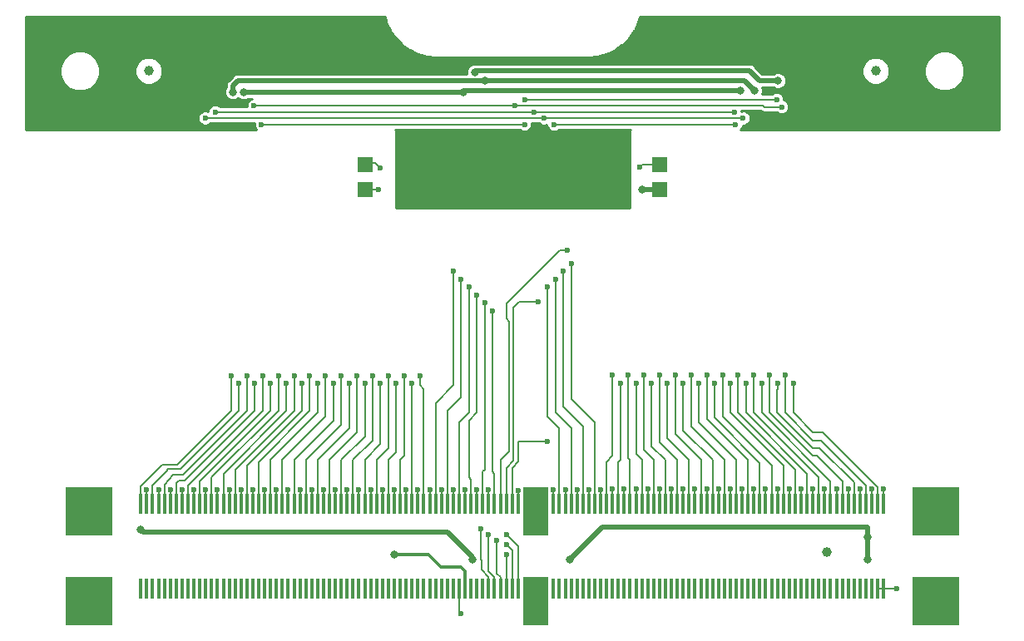
<source format=gbr>
G04 #@! TF.GenerationSoftware,KiCad,Pcbnew,5.0.2-bee76a0~70~ubuntu18.04.1*
G04 #@! TF.CreationDate,2020-07-02T17:28:08+02:00*
G04 #@! TF.ProjectId,ModulAdapter,4d6f6475-6c41-4646-9170-7465722e6b69,rev?*
G04 #@! TF.SameCoordinates,Original*
G04 #@! TF.FileFunction,Copper,L1,Top*
G04 #@! TF.FilePolarity,Positive*
%FSLAX46Y46*%
G04 Gerber Fmt 4.6, Leading zero omitted, Abs format (unit mm)*
G04 Created by KiCad (PCBNEW 5.0.2-bee76a0~70~ubuntu18.04.1) date Do 02 Jul 2020 17:28:08 CEST*
%MOMM*%
%LPD*%
G01*
G04 APERTURE LIST*
G04 #@! TA.AperFunction,SMDPad,CuDef*
%ADD10R,4.800000X5.000000*%
G04 #@! TD*
G04 #@! TA.AperFunction,SMDPad,CuDef*
%ADD11R,0.350000X2.000000*%
G04 #@! TD*
G04 #@! TA.AperFunction,SMDPad,CuDef*
%ADD12R,2.600000X5.000000*%
G04 #@! TD*
G04 #@! TA.AperFunction,SMDPad,CuDef*
%ADD13R,1.501140X1.501140*%
G04 #@! TD*
G04 #@! TA.AperFunction,BGAPad,CuDef*
%ADD14C,1.000000*%
G04 #@! TD*
G04 #@! TA.AperFunction,ViaPad*
%ADD15C,0.600000*%
G04 #@! TD*
G04 #@! TA.AperFunction,ViaPad*
%ADD16C,0.800000*%
G04 #@! TD*
G04 #@! TA.AperFunction,Conductor*
%ADD17C,0.200000*%
G04 #@! TD*
G04 #@! TA.AperFunction,Conductor*
%ADD18C,0.500000*%
G04 #@! TD*
G04 #@! TA.AperFunction,Conductor*
%ADD19C,0.300000*%
G04 #@! TD*
G04 #@! TA.AperFunction,Conductor*
%ADD20C,0.254000*%
G04 #@! TD*
G04 APERTURE END LIST*
D10*
G04 #@! TO.P,J1,*
G04 #@! TO.N,*
X143100000Y-118810000D03*
X143100000Y-127990000D03*
X56900000Y-127990000D03*
X56900000Y-118810000D03*
D11*
G04 #@! TO.P,J1,244*
G04 #@! TO.N,Net-(J1-Pad244)*
X137800000Y-118050000D03*
G04 #@! TO.P,J1,243*
G04 #@! TO.N,Net-(J1-Pad243)*
X137200000Y-118050000D03*
G04 #@! TO.P,J1,242*
G04 #@! TO.N,Net-(J1-Pad242)*
X136600000Y-118050000D03*
G04 #@! TO.P,J1,241*
G04 #@! TO.N,Net-(J1-Pad241)*
X136000000Y-118050000D03*
G04 #@! TO.P,J1,240*
G04 #@! TO.N,Net-(J1-Pad240)*
X135400000Y-118050000D03*
G04 #@! TO.P,J1,239*
G04 #@! TO.N,Net-(J1-Pad239)*
X134800000Y-118050000D03*
G04 #@! TO.P,J1,238*
G04 #@! TO.N,Net-(J1-Pad238)*
X134200000Y-118050000D03*
G04 #@! TO.P,J1,237*
G04 #@! TO.N,Net-(J1-Pad237)*
X133600000Y-118050000D03*
G04 #@! TO.P,J1,236*
G04 #@! TO.N,Net-(J1-Pad236)*
X133000000Y-118050000D03*
G04 #@! TO.P,J1,235*
G04 #@! TO.N,Net-(J1-Pad235)*
X132400000Y-118050000D03*
G04 #@! TO.P,J1,234*
G04 #@! TO.N,Net-(J1-Pad234)*
X131800000Y-118050000D03*
G04 #@! TO.P,J1,233*
G04 #@! TO.N,Net-(J1-Pad233)*
X131200000Y-118050000D03*
G04 #@! TO.P,J1,232*
G04 #@! TO.N,Net-(J1-Pad232)*
X130600000Y-118050000D03*
G04 #@! TO.P,J1,231*
G04 #@! TO.N,Net-(J1-Pad231)*
X130000000Y-118050000D03*
G04 #@! TO.P,J1,230*
G04 #@! TO.N,Net-(J1-Pad230)*
X129400000Y-118050000D03*
G04 #@! TO.P,J1,229*
G04 #@! TO.N,Net-(J1-Pad229)*
X128800000Y-118050000D03*
G04 #@! TO.P,J1,228*
G04 #@! TO.N,Net-(J1-Pad228)*
X128200000Y-118050000D03*
G04 #@! TO.P,J1,227*
G04 #@! TO.N,Net-(J1-Pad227)*
X127600000Y-118050000D03*
G04 #@! TO.P,J1,226*
G04 #@! TO.N,Net-(J1-Pad226)*
X127000000Y-118050000D03*
G04 #@! TO.P,J1,225*
G04 #@! TO.N,Net-(J1-Pad225)*
X126400000Y-118050000D03*
G04 #@! TO.P,J1,224*
G04 #@! TO.N,Net-(J1-Pad224)*
X125800000Y-118050000D03*
G04 #@! TO.P,J1,223*
G04 #@! TO.N,Net-(J1-Pad223)*
X125200000Y-118050000D03*
G04 #@! TO.P,J1,222*
G04 #@! TO.N,Net-(J1-Pad222)*
X124600000Y-118050000D03*
G04 #@! TO.P,J1,221*
G04 #@! TO.N,Net-(J1-Pad221)*
X124000000Y-118050000D03*
G04 #@! TO.P,J1,220*
G04 #@! TO.N,Net-(J1-Pad220)*
X123400000Y-118050000D03*
G04 #@! TO.P,J1,219*
G04 #@! TO.N,Net-(J1-Pad219)*
X122800000Y-118050000D03*
G04 #@! TO.P,J1,218*
G04 #@! TO.N,Net-(J1-Pad218)*
X122200000Y-118050000D03*
G04 #@! TO.P,J1,217*
G04 #@! TO.N,Net-(J1-Pad217)*
X121600000Y-118050000D03*
G04 #@! TO.P,J1,216*
G04 #@! TO.N,Net-(J1-Pad216)*
X121000000Y-118050000D03*
G04 #@! TO.P,J1,215*
G04 #@! TO.N,Net-(J1-Pad215)*
X120400000Y-118050000D03*
G04 #@! TO.P,J1,214*
G04 #@! TO.N,Net-(J1-Pad214)*
X119800000Y-118050000D03*
G04 #@! TO.P,J1,213*
G04 #@! TO.N,Net-(J1-Pad213)*
X119200000Y-118050000D03*
G04 #@! TO.P,J1,212*
G04 #@! TO.N,Net-(J1-Pad212)*
X118600000Y-118050000D03*
G04 #@! TO.P,J1,211*
G04 #@! TO.N,Net-(J1-Pad211)*
X118000000Y-118050000D03*
G04 #@! TO.P,J1,210*
G04 #@! TO.N,Net-(J1-Pad210)*
X117400000Y-118050000D03*
G04 #@! TO.P,J1,209*
G04 #@! TO.N,Net-(J1-Pad209)*
X116800000Y-118050000D03*
G04 #@! TO.P,J1,208*
G04 #@! TO.N,Net-(J1-Pad208)*
X116200000Y-118050000D03*
G04 #@! TO.P,J1,207*
G04 #@! TO.N,Net-(J1-Pad207)*
X115600000Y-118050000D03*
G04 #@! TO.P,J1,206*
G04 #@! TO.N,Net-(J1-Pad206)*
X115000000Y-118050000D03*
G04 #@! TO.P,J1,205*
G04 #@! TO.N,Net-(J1-Pad205)*
X114400000Y-118050000D03*
G04 #@! TO.P,J1,204*
G04 #@! TO.N,Net-(J1-Pad204)*
X113800000Y-118050000D03*
G04 #@! TO.P,J1,203*
G04 #@! TO.N,Net-(J1-Pad203)*
X113200000Y-118050000D03*
G04 #@! TO.P,J1,202*
G04 #@! TO.N,Net-(J1-Pad202)*
X112600000Y-118050000D03*
G04 #@! TO.P,J1,201*
G04 #@! TO.N,Net-(J1-Pad201)*
X112000000Y-118050000D03*
G04 #@! TO.P,J1,200*
G04 #@! TO.N,Net-(J1-Pad200)*
X111400000Y-118050000D03*
G04 #@! TO.P,J1,199*
G04 #@! TO.N,Net-(J1-Pad199)*
X110800000Y-118050000D03*
G04 #@! TO.P,J1,198*
G04 #@! TO.N,Net-(J1-Pad198)*
X110200000Y-118050000D03*
G04 #@! TO.P,J1,197*
G04 #@! TO.N,Net-(J1-Pad197)*
X109600000Y-118050000D03*
G04 #@! TO.P,J1,196*
G04 #@! TO.N,Net-(J1-Pad196)*
X109000000Y-118050000D03*
G04 #@! TO.P,J1,195*
G04 #@! TO.N,Net-(J1-Pad195)*
X108400000Y-118050000D03*
G04 #@! TO.P,J1,194*
G04 #@! TO.N,Net-(J1-Pad194)*
X107800000Y-118050000D03*
G04 #@! TO.P,J1,193*
G04 #@! TO.N,Net-(J1-Pad193)*
X107200000Y-118050000D03*
G04 #@! TO.P,J1,192*
G04 #@! TO.N,Net-(J1-Pad192)*
X106600000Y-118050000D03*
G04 #@! TO.P,J1,191*
G04 #@! TO.N,Net-(J1-Pad191)*
X106000000Y-118050000D03*
G04 #@! TO.P,J1,190*
G04 #@! TO.N,Net-(J1-Pad190)*
X105400000Y-118050000D03*
G04 #@! TO.P,J1,189*
G04 #@! TO.N,Net-(J1-Pad189)*
X104800000Y-118050000D03*
G04 #@! TO.P,J1,188*
G04 #@! TO.N,Net-(J1-Pad188)*
X104200000Y-118050000D03*
G04 #@! TO.P,J1,187*
G04 #@! TO.N,Net-(J1-Pad187)*
X100600000Y-118050000D03*
G04 #@! TO.P,J1,186*
G04 #@! TO.N,Net-(J1-Pad186)*
X100000000Y-118050000D03*
G04 #@! TO.P,J1,185*
G04 #@! TO.N,Net-(J1-Pad185)*
X99400000Y-118050000D03*
G04 #@! TO.P,J1,184*
G04 #@! TO.N,Net-(J1-Pad184)*
X98800000Y-118050000D03*
G04 #@! TO.P,J1,183*
G04 #@! TO.N,Net-(J1-Pad183)*
X98200000Y-118050000D03*
G04 #@! TO.P,J1,182*
G04 #@! TO.N,Net-(J1-Pad182)*
X97600000Y-118050000D03*
G04 #@! TO.P,J1,181*
G04 #@! TO.N,Net-(J1-Pad181)*
X97000000Y-118050000D03*
G04 #@! TO.P,J1,180*
G04 #@! TO.N,Net-(J1-Pad180)*
X96400000Y-118050000D03*
G04 #@! TO.P,J1,179*
G04 #@! TO.N,Net-(J1-Pad179)*
X95800000Y-118050000D03*
G04 #@! TO.P,J1,178*
G04 #@! TO.N,Net-(J1-Pad178)*
X95200000Y-118050000D03*
G04 #@! TO.P,J1,177*
G04 #@! TO.N,Net-(J1-Pad177)*
X94600000Y-118050000D03*
G04 #@! TO.P,J1,176*
G04 #@! TO.N,Net-(J1-Pad176)*
X94000000Y-118050000D03*
G04 #@! TO.P,J1,175*
G04 #@! TO.N,Net-(J1-Pad175)*
X93400000Y-118050000D03*
G04 #@! TO.P,J1,174*
G04 #@! TO.N,Net-(J1-Pad174)*
X92800000Y-118050000D03*
G04 #@! TO.P,J1,173*
G04 #@! TO.N,Net-(J1-Pad173)*
X92200000Y-118050000D03*
G04 #@! TO.P,J1,172*
G04 #@! TO.N,Net-(J1-Pad172)*
X91600000Y-118050000D03*
G04 #@! TO.P,J1,171*
G04 #@! TO.N,Net-(J1-Pad171)*
X91000000Y-118050000D03*
G04 #@! TO.P,J1,170*
G04 #@! TO.N,Net-(J1-Pad170)*
X90400000Y-118050000D03*
G04 #@! TO.P,J1,169*
G04 #@! TO.N,Net-(J1-Pad169)*
X89800000Y-118050000D03*
G04 #@! TO.P,J1,168*
G04 #@! TO.N,Net-(J1-Pad168)*
X89200000Y-118050000D03*
G04 #@! TO.P,J1,167*
G04 #@! TO.N,Net-(J1-Pad167)*
X88600000Y-118050000D03*
G04 #@! TO.P,J1,166*
G04 #@! TO.N,Net-(J1-Pad166)*
X88000000Y-118050000D03*
G04 #@! TO.P,J1,165*
G04 #@! TO.N,Net-(J1-Pad165)*
X87400000Y-118050000D03*
G04 #@! TO.P,J1,164*
G04 #@! TO.N,Net-(J1-Pad164)*
X86800000Y-118050000D03*
G04 #@! TO.P,J1,163*
G04 #@! TO.N,Net-(J1-Pad163)*
X86200000Y-118050000D03*
G04 #@! TO.P,J1,162*
G04 #@! TO.N,Net-(J1-Pad162)*
X85600000Y-118050000D03*
G04 #@! TO.P,J1,161*
G04 #@! TO.N,Net-(J1-Pad161)*
X85000000Y-118050000D03*
G04 #@! TO.P,J1,160*
G04 #@! TO.N,Net-(J1-Pad160)*
X84400000Y-118050000D03*
G04 #@! TO.P,J1,159*
G04 #@! TO.N,Net-(J1-Pad159)*
X83800000Y-118050000D03*
G04 #@! TO.P,J1,158*
G04 #@! TO.N,Net-(J1-Pad158)*
X83200000Y-118050000D03*
G04 #@! TO.P,J1,157*
G04 #@! TO.N,Net-(J1-Pad157)*
X82600000Y-118050000D03*
G04 #@! TO.P,J1,156*
G04 #@! TO.N,Net-(J1-Pad156)*
X82000000Y-118050000D03*
G04 #@! TO.P,J1,155*
G04 #@! TO.N,Net-(J1-Pad155)*
X81400000Y-118050000D03*
G04 #@! TO.P,J1,154*
G04 #@! TO.N,Net-(J1-Pad154)*
X80800000Y-118050000D03*
G04 #@! TO.P,J1,153*
G04 #@! TO.N,Net-(J1-Pad153)*
X80200000Y-118050000D03*
G04 #@! TO.P,J1,152*
G04 #@! TO.N,Net-(J1-Pad152)*
X79600000Y-118050000D03*
G04 #@! TO.P,J1,151*
G04 #@! TO.N,Net-(J1-Pad151)*
X79000000Y-118050000D03*
G04 #@! TO.P,J1,150*
G04 #@! TO.N,Net-(J1-Pad150)*
X78400000Y-118050000D03*
G04 #@! TO.P,J1,149*
G04 #@! TO.N,Net-(J1-Pad149)*
X77800000Y-118050000D03*
G04 #@! TO.P,J1,148*
G04 #@! TO.N,Net-(J1-Pad148)*
X77200000Y-118050000D03*
G04 #@! TO.P,J1,147*
G04 #@! TO.N,Net-(J1-Pad147)*
X76600000Y-118050000D03*
G04 #@! TO.P,J1,146*
G04 #@! TO.N,Net-(J1-Pad146)*
X76000000Y-118050000D03*
G04 #@! TO.P,J1,145*
G04 #@! TO.N,Net-(J1-Pad145)*
X75400000Y-118050000D03*
G04 #@! TO.P,J1,144*
G04 #@! TO.N,Net-(J1-Pad144)*
X74800000Y-118050000D03*
G04 #@! TO.P,J1,143*
G04 #@! TO.N,Net-(J1-Pad143)*
X74200000Y-118050000D03*
G04 #@! TO.P,J1,142*
G04 #@! TO.N,Net-(J1-Pad142)*
X73600000Y-118050000D03*
G04 #@! TO.P,J1,141*
G04 #@! TO.N,Net-(J1-Pad141)*
X73000000Y-118050000D03*
G04 #@! TO.P,J1,140*
G04 #@! TO.N,Net-(J1-Pad140)*
X72400000Y-118050000D03*
G04 #@! TO.P,J1,139*
G04 #@! TO.N,Net-(J1-Pad139)*
X71800000Y-118050000D03*
G04 #@! TO.P,J1,138*
G04 #@! TO.N,Net-(J1-Pad138)*
X71200000Y-118050000D03*
G04 #@! TO.P,J1,137*
G04 #@! TO.N,Net-(J1-Pad137)*
X70600000Y-118050000D03*
G04 #@! TO.P,J1,136*
G04 #@! TO.N,Net-(J1-Pad136)*
X70000000Y-118050000D03*
G04 #@! TO.P,J1,135*
G04 #@! TO.N,Net-(J1-Pad135)*
X69400000Y-118050000D03*
G04 #@! TO.P,J1,134*
G04 #@! TO.N,Net-(J1-Pad134)*
X68800000Y-118050000D03*
G04 #@! TO.P,J1,133*
G04 #@! TO.N,Net-(J1-Pad133)*
X68200000Y-118050000D03*
G04 #@! TO.P,J1,132*
G04 #@! TO.N,Net-(J1-Pad132)*
X67600000Y-118050000D03*
G04 #@! TO.P,J1,131*
G04 #@! TO.N,Net-(J1-Pad131)*
X67000000Y-118050000D03*
G04 #@! TO.P,J1,130*
G04 #@! TO.N,Net-(J1-Pad130)*
X66400000Y-118050000D03*
G04 #@! TO.P,J1,129*
G04 #@! TO.N,Net-(J1-Pad129)*
X65800000Y-118050000D03*
G04 #@! TO.P,J1,128*
G04 #@! TO.N,Net-(J1-Pad128)*
X65200000Y-118050000D03*
G04 #@! TO.P,J1,127*
G04 #@! TO.N,Net-(J1-Pad127)*
X64600000Y-118050000D03*
G04 #@! TO.P,J1,126*
G04 #@! TO.N,Net-(J1-Pad126)*
X64000000Y-118050000D03*
G04 #@! TO.P,J1,125*
G04 #@! TO.N,Net-(J1-Pad125)*
X63400000Y-118050000D03*
G04 #@! TO.P,J1,124*
G04 #@! TO.N,Net-(J1-Pad124)*
X62800000Y-118050000D03*
G04 #@! TO.P,J1,123*
G04 #@! TO.N,Net-(J1-Pad123)*
X62200000Y-118050000D03*
G04 #@! TO.P,J1,122*
G04 #@! TO.N,V_GND*
X137800000Y-126750000D03*
G04 #@! TO.P,J1,121*
X137200000Y-126750000D03*
G04 #@! TO.P,J1,120*
G04 #@! TO.N,N/C*
X136600000Y-126750000D03*
G04 #@! TO.P,J1,119*
X136000000Y-126750000D03*
G04 #@! TO.P,J1,118*
X135400000Y-126750000D03*
G04 #@! TO.P,J1,117*
X134800000Y-126750000D03*
G04 #@! TO.P,J1,116*
X134200000Y-126750000D03*
G04 #@! TO.P,J1,115*
X133600000Y-126750000D03*
G04 #@! TO.P,J1,114*
X133000000Y-126750000D03*
G04 #@! TO.P,J1,113*
X132400000Y-126750000D03*
G04 #@! TO.P,J1,112*
X131800000Y-126750000D03*
G04 #@! TO.P,J1,111*
X131200000Y-126750000D03*
G04 #@! TO.P,J1,110*
X130600000Y-126750000D03*
G04 #@! TO.P,J1,109*
X130000000Y-126750000D03*
G04 #@! TO.P,J1,108*
X129400000Y-126750000D03*
G04 #@! TO.P,J1,107*
X128800000Y-126750000D03*
G04 #@! TO.P,J1,106*
X128200000Y-126750000D03*
G04 #@! TO.P,J1,105*
X127600000Y-126750000D03*
G04 #@! TO.P,J1,104*
X127000000Y-126750000D03*
G04 #@! TO.P,J1,103*
X126400000Y-126750000D03*
G04 #@! TO.P,J1,102*
X125800000Y-126750000D03*
G04 #@! TO.P,J1,101*
X125200000Y-126750000D03*
G04 #@! TO.P,J1,100*
X124600000Y-126750000D03*
G04 #@! TO.P,J1,99*
X124000000Y-126750000D03*
G04 #@! TO.P,J1,98*
X123400000Y-126750000D03*
G04 #@! TO.P,J1,97*
X122800000Y-126750000D03*
G04 #@! TO.P,J1,96*
X122200000Y-126750000D03*
G04 #@! TO.P,J1,95*
X121600000Y-126750000D03*
G04 #@! TO.P,J1,94*
X121000000Y-126750000D03*
G04 #@! TO.P,J1,93*
X120400000Y-126750000D03*
G04 #@! TO.P,J1,92*
X119800000Y-126750000D03*
G04 #@! TO.P,J1,91*
X119200000Y-126750000D03*
G04 #@! TO.P,J1,90*
X118600000Y-126750000D03*
G04 #@! TO.P,J1,89*
X118000000Y-126750000D03*
G04 #@! TO.P,J1,88*
X117400000Y-126750000D03*
G04 #@! TO.P,J1,87*
X116800000Y-126750000D03*
G04 #@! TO.P,J1,86*
X116200000Y-126750000D03*
G04 #@! TO.P,J1,85*
X115600000Y-126750000D03*
G04 #@! TO.P,J1,84*
X115000000Y-126750000D03*
G04 #@! TO.P,J1,83*
X114400000Y-126750000D03*
G04 #@! TO.P,J1,82*
X113800000Y-126750000D03*
G04 #@! TO.P,J1,81*
X113200000Y-126750000D03*
G04 #@! TO.P,J1,80*
X112600000Y-126750000D03*
G04 #@! TO.P,J1,79*
X112000000Y-126750000D03*
G04 #@! TO.P,J1,78*
X111400000Y-126750000D03*
G04 #@! TO.P,J1,77*
X110800000Y-126750000D03*
G04 #@! TO.P,J1,76*
X110200000Y-126750000D03*
G04 #@! TO.P,J1,75*
X109600000Y-126750000D03*
G04 #@! TO.P,J1,74*
X109000000Y-126750000D03*
G04 #@! TO.P,J1,73*
X108400000Y-126750000D03*
G04 #@! TO.P,J1,72*
X107800000Y-126750000D03*
G04 #@! TO.P,J1,71*
X107200000Y-126750000D03*
G04 #@! TO.P,J1,70*
X106600000Y-126750000D03*
G04 #@! TO.P,J1,69*
X106000000Y-126750000D03*
G04 #@! TO.P,J1,68*
X105400000Y-126750000D03*
G04 #@! TO.P,J1,67*
X104800000Y-126750000D03*
G04 #@! TO.P,J1,66*
X104200000Y-126750000D03*
G04 #@! TO.P,J1,65*
G04 #@! TO.N,Net-(J1-Pad65)*
X100600000Y-126750000D03*
G04 #@! TO.P,J1,64*
G04 #@! TO.N,Net-(J1-Pad64)*
X100000000Y-126750000D03*
G04 #@! TO.P,J1,63*
G04 #@! TO.N,Net-(J1-Pad63)*
X99400000Y-126750000D03*
G04 #@! TO.P,J1,62*
G04 #@! TO.N,Net-(J1-Pad62)*
X98800000Y-126750000D03*
G04 #@! TO.P,J1,61*
G04 #@! TO.N,Net-(J1-Pad61)*
X98200000Y-126750000D03*
G04 #@! TO.P,J1,60*
G04 #@! TO.N,Net-(J1-Pad60)*
X97600000Y-126750000D03*
G04 #@! TO.P,J1,59*
G04 #@! TO.N,N/C*
X97000000Y-126750000D03*
G04 #@! TO.P,J1,58*
X96400000Y-126750000D03*
G04 #@! TO.P,J1,57*
X95800000Y-126750000D03*
G04 #@! TO.P,J1,56*
G04 #@! TO.N,GND*
X95200000Y-126750000D03*
G04 #@! TO.P,J1,55*
G04 #@! TO.N,SENS_PAD*
X94600000Y-126750000D03*
G04 #@! TO.P,J1,54*
G04 #@! TO.N,N/C*
X94000000Y-126750000D03*
G04 #@! TO.P,J1,53*
X93400000Y-126750000D03*
G04 #@! TO.P,J1,52*
X92800000Y-126750000D03*
G04 #@! TO.P,J1,51*
X92200000Y-126750000D03*
G04 #@! TO.P,J1,50*
X91600000Y-126750000D03*
G04 #@! TO.P,J1,49*
X91000000Y-126750000D03*
G04 #@! TO.P,J1,47*
X89800000Y-126750000D03*
G04 #@! TO.P,J1,48*
X90400000Y-126750000D03*
G04 #@! TO.P,J1,46*
X89200000Y-126750000D03*
G04 #@! TO.P,J1,45*
X88600000Y-126750000D03*
G04 #@! TO.P,J1,44*
X88000000Y-126750000D03*
G04 #@! TO.P,J1,43*
X87400000Y-126750000D03*
G04 #@! TO.P,J1,42*
X86800000Y-126750000D03*
G04 #@! TO.P,J1,41*
X86200000Y-126750000D03*
G04 #@! TO.P,J1,40*
X85600000Y-126750000D03*
G04 #@! TO.P,J1,39*
X85000000Y-126750000D03*
G04 #@! TO.P,J1,38*
X84400000Y-126750000D03*
G04 #@! TO.P,J1,37*
X83800000Y-126750000D03*
G04 #@! TO.P,J1,36*
X83200000Y-126750000D03*
G04 #@! TO.P,J1,35*
X82600000Y-126750000D03*
G04 #@! TO.P,J1,34*
X82000000Y-126750000D03*
G04 #@! TO.P,J1,33*
X81400000Y-126750000D03*
G04 #@! TO.P,J1,32*
X80800000Y-126750000D03*
G04 #@! TO.P,J1,31*
X80200000Y-126750000D03*
G04 #@! TO.P,J1,30*
X79600000Y-126750000D03*
G04 #@! TO.P,J1,29*
X79000000Y-126750000D03*
G04 #@! TO.P,J1,28*
X78400000Y-126750000D03*
G04 #@! TO.P,J1,27*
X77800000Y-126750000D03*
G04 #@! TO.P,J1,26*
X77200000Y-126750000D03*
G04 #@! TO.P,J1,25*
X76600000Y-126750000D03*
G04 #@! TO.P,J1,24*
X76000000Y-126750000D03*
G04 #@! TO.P,J1,23*
X75400000Y-126750000D03*
G04 #@! TO.P,J1,22*
X74800000Y-126750000D03*
G04 #@! TO.P,J1,21*
X74200000Y-126750000D03*
G04 #@! TO.P,J1,20*
X73600000Y-126750000D03*
G04 #@! TO.P,J1,19*
X73000000Y-126750000D03*
G04 #@! TO.P,J1,18*
X72400000Y-126750000D03*
G04 #@! TO.P,J1,17*
X71800000Y-126750000D03*
G04 #@! TO.P,J1,16*
X71200000Y-126750000D03*
G04 #@! TO.P,J1,15*
X70600000Y-126750000D03*
G04 #@! TO.P,J1,14*
X70000000Y-126750000D03*
G04 #@! TO.P,J1,13*
X69400000Y-126750000D03*
G04 #@! TO.P,J1,12*
X68800000Y-126750000D03*
G04 #@! TO.P,J1,11*
X68200000Y-126750000D03*
G04 #@! TO.P,J1,10*
X67600000Y-126750000D03*
G04 #@! TO.P,J1,9*
X67000000Y-126750000D03*
G04 #@! TO.P,J1,8*
X66400000Y-126750000D03*
G04 #@! TO.P,J1,7*
X65800000Y-126750000D03*
G04 #@! TO.P,J1,6*
X65200000Y-126750000D03*
G04 #@! TO.P,J1,5*
X64600000Y-126750000D03*
G04 #@! TO.P,J1,4*
X64000000Y-126750000D03*
G04 #@! TO.P,J1,3*
X63400000Y-126750000D03*
G04 #@! TO.P,J1,1*
X62200000Y-126750000D03*
G04 #@! TO.P,J1,2*
X62800000Y-126750000D03*
D12*
G04 #@! TO.P,J1,*
G04 #@! TO.N,*
X102400000Y-118810000D03*
X102400000Y-127990000D03*
G04 #@! TD*
D13*
G04 #@! TO.P,P1,1*
G04 #@! TO.N,DIG1*
X85014000Y-86030000D03*
G04 #@! TD*
G04 #@! TO.P,P2,1*
G04 #@! TO.N,DIG0*
X85014000Y-83490000D03*
G04 #@! TD*
G04 #@! TO.P,+3V3,1*
G04 #@! TO.N,+3V3*
X114986000Y-83490000D03*
G04 #@! TD*
G04 #@! TO.P,GND,1*
G04 #@! TO.N,GND*
X114986000Y-86030000D03*
G04 #@! TD*
D14*
G04 #@! TO.P,X1,~*
G04 #@! TO.N,N/C*
X63000000Y-74000000D03*
G04 #@! TD*
G04 #@! TO.P,X2,~*
G04 #@! TO.N,N/C*
X132000000Y-123000000D03*
G04 #@! TD*
G04 #@! TO.P,X4,~*
G04 #@! TO.N,N/C*
X137000000Y-74000000D03*
G04 #@! TD*
D15*
G04 #@! TO.N,V_GND*
X139116000Y-126670000D03*
D16*
G04 #@! TO.N,VDD_C*
X71552000Y-76124000D03*
X97206000Y-74981000D03*
X124638000Y-75997000D03*
G04 #@! TO.N,GND_C*
X123241000Y-75997000D03*
X95047000Y-76124000D03*
X72695000Y-76124000D03*
D15*
G04 #@! TO.N,Net-(J1-Pad123)*
X71400000Y-105000000D03*
G04 #@! TO.N,Net-(J1-Pad124)*
X62800000Y-116600000D03*
G04 #@! TO.N,Net-(J1-Pad125)*
X72200000Y-105800000D03*
G04 #@! TO.N,Net-(J1-Pad126)*
X64000000Y-116600000D03*
G04 #@! TO.N,Net-(J1-Pad127)*
X73000000Y-105000000D03*
G04 #@! TO.N,Net-(J1-Pad128)*
X65200000Y-116600000D03*
G04 #@! TO.N,Net-(J1-Pad129)*
X73800000Y-105800000D03*
G04 #@! TO.N,Net-(J1-Pad130)*
X66400000Y-116600000D03*
G04 #@! TO.N,Net-(J1-Pad131)*
X74600000Y-105000000D03*
G04 #@! TO.N,Net-(J1-Pad132)*
X67600000Y-116600000D03*
G04 #@! TO.N,Net-(J1-Pad133)*
X75400000Y-105800000D03*
G04 #@! TO.N,Net-(J1-Pad134)*
X68800000Y-116600000D03*
G04 #@! TO.N,Net-(J1-Pad135)*
X76200000Y-105000000D03*
G04 #@! TO.N,Net-(J1-Pad136)*
X70000000Y-116600000D03*
G04 #@! TO.N,Net-(J1-Pad137)*
X77000000Y-105800000D03*
G04 #@! TO.N,Net-(J1-Pad138)*
X71200000Y-116600000D03*
G04 #@! TO.N,Net-(J1-Pad139)*
X77800000Y-105000000D03*
G04 #@! TO.N,Net-(J1-Pad140)*
X72400000Y-116600000D03*
G04 #@! TO.N,Net-(J1-Pad141)*
X78600000Y-105800000D03*
G04 #@! TO.N,Net-(J1-Pad142)*
X73600000Y-116600000D03*
G04 #@! TO.N,Net-(J1-Pad143)*
X79400000Y-105000000D03*
G04 #@! TO.N,Net-(J1-Pad144)*
X74800000Y-116600000D03*
G04 #@! TO.N,Net-(J1-Pad145)*
X80200000Y-105800000D03*
G04 #@! TO.N,Net-(J1-Pad146)*
X76000000Y-116600000D03*
G04 #@! TO.N,Net-(J1-Pad147)*
X81000000Y-105000000D03*
G04 #@! TO.N,Net-(J1-Pad148)*
X77200000Y-116600000D03*
G04 #@! TO.N,Net-(J1-Pad149)*
X81800000Y-105800000D03*
G04 #@! TO.N,Net-(J1-Pad150)*
X78400000Y-116600000D03*
G04 #@! TO.N,Net-(J1-Pad151)*
X82600000Y-105000000D03*
G04 #@! TO.N,Net-(J1-Pad152)*
X79600000Y-116600000D03*
G04 #@! TO.N,Net-(J1-Pad153)*
X83400000Y-105800000D03*
G04 #@! TO.N,Net-(J1-Pad154)*
X80800000Y-116600000D03*
G04 #@! TO.N,Net-(J1-Pad155)*
X84200000Y-105000000D03*
G04 #@! TO.N,Net-(J1-Pad156)*
X82000000Y-116600000D03*
G04 #@! TO.N,Net-(J1-Pad157)*
X85000000Y-105800000D03*
G04 #@! TO.N,Net-(J1-Pad158)*
X83200000Y-116600000D03*
G04 #@! TO.N,Net-(J1-Pad159)*
X85800000Y-105000000D03*
G04 #@! TO.N,Net-(J1-Pad160)*
X84400000Y-116600000D03*
G04 #@! TO.N,Net-(J1-Pad161)*
X86600000Y-105800000D03*
G04 #@! TO.N,Net-(J1-Pad162)*
X85600000Y-116600000D03*
G04 #@! TO.N,Net-(J1-Pad163)*
X87400000Y-105000000D03*
G04 #@! TO.N,Net-(J1-Pad164)*
X86800000Y-116600000D03*
G04 #@! TO.N,Net-(J1-Pad165)*
X88200000Y-105800000D03*
G04 #@! TO.N,Net-(J1-Pad166)*
X88000000Y-116600000D03*
G04 #@! TO.N,Net-(J1-Pad167)*
X89000000Y-105000000D03*
G04 #@! TO.N,Net-(J1-Pad168)*
X89200000Y-116600000D03*
G04 #@! TO.N,Net-(J1-Pad169)*
X89800000Y-105800000D03*
G04 #@! TO.N,Net-(J1-Pad170)*
X90400000Y-116600000D03*
G04 #@! TO.N,Net-(J1-Pad171)*
X90600000Y-105000000D03*
G04 #@! TO.N,Net-(J1-Pad172)*
X91600000Y-116600000D03*
G04 #@! TO.N,Net-(J1-Pad173)*
X94000000Y-94400000D03*
G04 #@! TO.N,Net-(J1-Pad174)*
X92800000Y-116600000D03*
G04 #@! TO.N,Net-(J1-Pad175)*
X94800000Y-95200000D03*
G04 #@! TO.N,Net-(J1-Pad176)*
X94000000Y-116600000D03*
G04 #@! TO.N,Net-(J1-Pad177)*
X95600000Y-96000000D03*
G04 #@! TO.N,Net-(J1-Pad178)*
X95200000Y-116600000D03*
G04 #@! TO.N,Net-(J1-Pad180)*
X96400000Y-116600000D03*
G04 #@! TO.N,Net-(J1-Pad186)*
X103600000Y-111700000D03*
G04 #@! TO.N,Net-(J1-Pad188)*
X104200000Y-116600000D03*
G04 #@! TO.N,Net-(J1-Pad190)*
X105400000Y-116600000D03*
G04 #@! TO.N,Net-(J1-Pad192)*
X106600000Y-116600000D03*
G04 #@! TO.N,Net-(J1-Pad193)*
X105200000Y-94400000D03*
G04 #@! TO.N,Net-(J1-Pad194)*
X107800000Y-116600000D03*
G04 #@! TO.N,Net-(J1-Pad195)*
X106000000Y-93600000D03*
G04 #@! TO.N,Net-(J1-Pad196)*
X109000000Y-116600000D03*
G04 #@! TO.N,Net-(J1-Pad197)*
X110200000Y-104990248D03*
G04 #@! TO.N,Net-(J1-Pad198)*
X110200000Y-116590248D03*
G04 #@! TO.N,Net-(J1-Pad199)*
X111000000Y-105790248D03*
G04 #@! TO.N,Net-(J1-Pad200)*
X111400000Y-116590248D03*
G04 #@! TO.N,Net-(J1-Pad201)*
X111800000Y-104990248D03*
G04 #@! TO.N,Net-(J1-Pad202)*
X112600000Y-116590248D03*
G04 #@! TO.N,Net-(J1-Pad203)*
X112600000Y-105790248D03*
G04 #@! TO.N,Net-(J1-Pad204)*
X113800000Y-116590248D03*
G04 #@! TO.N,Net-(J1-Pad205)*
X113400000Y-104990248D03*
G04 #@! TO.N,Net-(J1-Pad206)*
X115000000Y-116590248D03*
G04 #@! TO.N,Net-(J1-Pad207)*
X114200000Y-105790248D03*
G04 #@! TO.N,Net-(J1-Pad208)*
X116200000Y-116590248D03*
G04 #@! TO.N,Net-(J1-Pad209)*
X115000000Y-104990248D03*
G04 #@! TO.N,Net-(J1-Pad210)*
X117400000Y-116590248D03*
G04 #@! TO.N,Net-(J1-Pad211)*
X115800000Y-105790248D03*
G04 #@! TO.N,Net-(J1-Pad212)*
X118600000Y-116590248D03*
G04 #@! TO.N,Net-(J1-Pad213)*
X116600000Y-104990248D03*
G04 #@! TO.N,Net-(J1-Pad214)*
X119800000Y-116590248D03*
G04 #@! TO.N,Net-(J1-Pad215)*
X117400000Y-105790248D03*
G04 #@! TO.N,Net-(J1-Pad216)*
X121000000Y-116590248D03*
G04 #@! TO.N,Net-(J1-Pad217)*
X118200000Y-104990248D03*
G04 #@! TO.N,Net-(J1-Pad218)*
X122200000Y-116590248D03*
G04 #@! TO.N,Net-(J1-Pad219)*
X119000000Y-105790248D03*
G04 #@! TO.N,Net-(J1-Pad220)*
X123400000Y-116590248D03*
G04 #@! TO.N,Net-(J1-Pad221)*
X119800000Y-104990248D03*
G04 #@! TO.N,Net-(J1-Pad222)*
X124600000Y-116590248D03*
G04 #@! TO.N,Net-(J1-Pad223)*
X120600000Y-105790248D03*
G04 #@! TO.N,Net-(J1-Pad224)*
X125800000Y-116590248D03*
G04 #@! TO.N,Net-(J1-Pad225)*
X121400000Y-104990248D03*
G04 #@! TO.N,Net-(J1-Pad226)*
X127000000Y-116590248D03*
G04 #@! TO.N,Net-(J1-Pad227)*
X122200000Y-105790248D03*
G04 #@! TO.N,Net-(J1-Pad228)*
X128200000Y-116590248D03*
G04 #@! TO.N,Net-(J1-Pad229)*
X123000000Y-104990248D03*
G04 #@! TO.N,Net-(J1-Pad230)*
X129400000Y-116590248D03*
G04 #@! TO.N,Net-(J1-Pad231)*
X123800000Y-105790248D03*
G04 #@! TO.N,Net-(J1-Pad232)*
X130600000Y-116590248D03*
G04 #@! TO.N,Net-(J1-Pad233)*
X124600000Y-104990248D03*
G04 #@! TO.N,Net-(J1-Pad234)*
X131800000Y-116590248D03*
G04 #@! TO.N,Net-(J1-Pad235)*
X125400000Y-105790248D03*
G04 #@! TO.N,Net-(J1-Pad236)*
X133000000Y-116590248D03*
G04 #@! TO.N,Net-(J1-Pad237)*
X126200000Y-104990248D03*
G04 #@! TO.N,Net-(J1-Pad238)*
X134200000Y-116590248D03*
G04 #@! TO.N,Net-(J1-Pad239)*
X127000000Y-105790248D03*
G04 #@! TO.N,Net-(J1-Pad240)*
X135400000Y-116590248D03*
G04 #@! TO.N,Net-(J1-Pad241)*
X127800000Y-104990248D03*
G04 #@! TO.N,Net-(J1-Pad242)*
X136600000Y-116590248D03*
G04 #@! TO.N,Net-(J1-Pad243)*
X128600000Y-105790248D03*
G04 #@! TO.N,Net-(J1-Pad244)*
X137800000Y-116590248D03*
G04 #@! TO.N,Net-(J1-Pad179)*
X96400000Y-96800000D03*
G04 #@! TO.N,Net-(J1-Pad181)*
X97200000Y-97600000D03*
G04 #@! TO.N,Net-(J1-Pad182)*
X97600000Y-116600000D03*
G04 #@! TO.N,Net-(J1-Pad183)*
X98000000Y-98400000D03*
G04 #@! TO.N,Net-(J1-Pad184)*
X105588000Y-92253000D03*
G04 #@! TO.N,Net-(J1-Pad185)*
X102667000Y-97460000D03*
G04 #@! TO.N,Net-(J1-Pad187)*
X100600000Y-116700000D03*
G04 #@! TO.N,Net-(J1-Pad189)*
X103600000Y-96000000D03*
G04 #@! TO.N,Net-(J1-Pad191)*
X104400000Y-95200000D03*
G04 #@! TO.N,Net-(J1-Pad60)*
X96800000Y-120600000D03*
G04 #@! TO.N,Net-(J1-Pad61)*
X97600000Y-121200000D03*
G04 #@! TO.N,Net-(J1-Pad62)*
X98400000Y-121800000D03*
G04 #@! TO.N,Net-(J1-Pad63)*
X99400000Y-123200000D03*
D16*
G04 #@! TO.N,V_HV_C*
X127051000Y-74981000D03*
X136195000Y-123749000D03*
X136195000Y-121463000D03*
X96190000Y-74092000D03*
X105842000Y-123749000D03*
X95936000Y-123750000D03*
X62154000Y-120701000D03*
D15*
G04 #@! TO.N,LE_C*
X126924000Y-76886000D03*
X101270000Y-76886000D03*
X101250000Y-79426000D03*
X74473000Y-79426000D03*
G04 #@! TO.N,CLK_C*
X100254000Y-77521000D03*
X127432000Y-77648000D03*
X73711000Y-77521000D03*
G04 #@! TO.N,Net-(J1-Pad64)*
X99400000Y-122200000D03*
G04 #@! TO.N,Net-(J1-Pad65)*
X99400000Y-121200000D03*
G04 #@! TO.N,SENS_PAD*
X94750000Y-129250000D03*
D16*
G04 #@! TO.N,GND*
X88000000Y-123250000D03*
X57201000Y-79045000D03*
X88697000Y-83490000D03*
X100762000Y-86792000D03*
X88697000Y-87300000D03*
X113208000Y-86030000D03*
D15*
G04 #@! TO.N,DI_C*
X122733000Y-79426000D03*
X104250000Y-79426000D03*
G04 #@! TO.N,BL_C*
X123495000Y-78791000D03*
X103250000Y-78791000D03*
X68758000Y-78791000D03*
G04 #@! TO.N,POL_C*
X122606000Y-78156000D03*
X102250000Y-78156000D03*
X69774000Y-78156000D03*
G04 #@! TO.N,DIG1*
X86411000Y-86030000D03*
G04 #@! TO.N,DIG0*
X86538000Y-83871000D03*
G04 #@! TO.N,+3V3*
X112954000Y-83744000D03*
G04 #@! TD*
D17*
G04 #@! TO.N,V_GND*
X137800000Y-126750000D02*
X137200000Y-126750000D01*
X137880000Y-126670000D02*
X137800000Y-126750000D01*
X139116000Y-126670000D02*
X137880000Y-126670000D01*
D18*
G04 #@! TO.N,VDD_C*
X97206000Y-74981000D02*
X72695000Y-74981000D01*
X71552000Y-76124000D02*
X71552000Y-75489000D01*
X72060000Y-74981000D02*
X72695000Y-74981000D01*
X71552000Y-75489000D02*
X72060000Y-74981000D01*
X124638000Y-75997000D02*
X123622000Y-74981000D01*
X97206000Y-74981000D02*
X123622000Y-74981000D01*
G04 #@! TO.N,GND_C*
X95047000Y-76124000D02*
X74473000Y-76124000D01*
X121463000Y-75997000D02*
X123368000Y-75997000D01*
X95047000Y-75997000D02*
X121463000Y-75997000D01*
X74473000Y-76124000D02*
X72949000Y-76124000D01*
D17*
G04 #@! TO.N,Net-(J1-Pad123)*
X62200000Y-116300000D02*
X62200000Y-118050000D01*
X64400000Y-114100000D02*
X62200000Y-116300000D01*
X65900000Y-114100000D02*
X64400000Y-114100000D01*
X71400000Y-108600000D02*
X65900000Y-114100000D01*
X71400000Y-105000000D02*
X71400000Y-108600000D01*
G04 #@! TO.N,Net-(J1-Pad124)*
X62800000Y-118050000D02*
X62800000Y-116600000D01*
G04 #@! TO.N,Net-(J1-Pad125)*
X65000000Y-114550010D02*
X64800000Y-114750010D01*
X64800000Y-114750010D02*
X63400000Y-116200000D01*
X66249990Y-114550010D02*
X65000000Y-114550010D01*
X63400000Y-116200000D02*
X63400000Y-118050000D01*
X72200000Y-108600000D02*
X66249990Y-114550010D01*
X72200000Y-105800000D02*
X72200000Y-108600000D01*
G04 #@! TO.N,Net-(J1-Pad126)*
X64000000Y-118050000D02*
X64000000Y-116600000D01*
G04 #@! TO.N,Net-(J1-Pad127)*
X64600000Y-116100000D02*
X64600000Y-118050000D01*
X73000000Y-105000000D02*
X73000000Y-108600000D01*
X65550010Y-115100000D02*
X65500000Y-115150010D01*
X65500000Y-115150010D02*
X64600000Y-116100000D01*
X66500000Y-115100000D02*
X65550010Y-115100000D01*
X73000000Y-108600000D02*
X66500000Y-115100000D01*
G04 #@! TO.N,Net-(J1-Pad128)*
X65200000Y-118050000D02*
X65200000Y-116600000D01*
G04 #@! TO.N,Net-(J1-Pad129)*
X73800000Y-105800000D02*
X73800000Y-106049990D01*
X73800000Y-106049990D02*
X73800000Y-106400000D01*
X65800000Y-116000000D02*
X65800000Y-118050000D01*
X73800000Y-106049990D02*
X73800000Y-108600000D01*
X66700000Y-115700000D02*
X66100000Y-115700000D01*
X66100000Y-115700000D02*
X65800000Y-116000000D01*
X73800000Y-108600000D02*
X66700000Y-115700000D01*
G04 #@! TO.N,Net-(J1-Pad130)*
X66400000Y-118050000D02*
X66400000Y-116600000D01*
G04 #@! TO.N,Net-(J1-Pad131)*
X67000000Y-116200000D02*
X67000000Y-118050000D01*
X74600000Y-108600000D02*
X67000000Y-116200000D01*
X74600000Y-105000000D02*
X74600000Y-108600000D01*
G04 #@! TO.N,Net-(J1-Pad132)*
X67600000Y-118050000D02*
X67600000Y-116600000D01*
G04 #@! TO.N,Net-(J1-Pad133)*
X75400000Y-105800000D02*
X75400000Y-105600000D01*
X68200000Y-115800000D02*
X68200000Y-118050000D01*
X75400000Y-108600000D02*
X68200000Y-115800000D01*
X75400000Y-105800000D02*
X75400000Y-108600000D01*
G04 #@! TO.N,Net-(J1-Pad134)*
X68800000Y-118050000D02*
X68800000Y-116600000D01*
G04 #@! TO.N,Net-(J1-Pad135)*
X76200000Y-105000000D02*
X76200000Y-107449990D01*
X76200000Y-107449990D02*
X76200000Y-107800000D01*
X76200000Y-108600000D02*
X69400000Y-115400000D01*
X69400000Y-115400000D02*
X69400000Y-118050000D01*
X76200000Y-107449990D02*
X76200000Y-108600000D01*
G04 #@! TO.N,Net-(J1-Pad136)*
X70000000Y-118050000D02*
X70000000Y-116600000D01*
G04 #@! TO.N,Net-(J1-Pad137)*
X77000000Y-108600000D02*
X77000000Y-105800000D01*
X70600000Y-115000000D02*
X77000000Y-108600000D01*
X70600000Y-118050000D02*
X70600000Y-115000000D01*
G04 #@! TO.N,Net-(J1-Pad138)*
X71200000Y-118050000D02*
X71200000Y-116850000D01*
X71200000Y-116850000D02*
X71200000Y-116600000D01*
G04 #@! TO.N,Net-(J1-Pad139)*
X71800000Y-118050000D02*
X71800000Y-114600000D01*
X71800000Y-114600000D02*
X77000000Y-109400000D01*
X77000000Y-109400000D02*
X77800000Y-108600000D01*
X77800000Y-108600000D02*
X77800000Y-106400000D01*
X77800000Y-106400000D02*
X77800000Y-105550001D01*
X77800000Y-105550001D02*
X77800000Y-105000000D01*
G04 #@! TO.N,Net-(J1-Pad140)*
X72400000Y-118050000D02*
X72400000Y-116600000D01*
G04 #@! TO.N,Net-(J1-Pad141)*
X73000000Y-118050000D02*
X73000000Y-114200000D01*
X73000000Y-114200000D02*
X78600000Y-108600000D01*
X78600000Y-108600000D02*
X78600000Y-105800000D01*
G04 #@! TO.N,Net-(J1-Pad142)*
X73600000Y-118050000D02*
X73600000Y-116600000D01*
G04 #@! TO.N,Net-(J1-Pad143)*
X74200000Y-118050000D02*
X74200000Y-113800000D01*
X74200000Y-113800000D02*
X79400000Y-108600000D01*
X79400000Y-108600000D02*
X79400000Y-105000000D01*
G04 #@! TO.N,Net-(J1-Pad144)*
X74800000Y-118050000D02*
X74800000Y-116800000D01*
X74800000Y-116800000D02*
X74800000Y-116600000D01*
G04 #@! TO.N,Net-(J1-Pad145)*
X75400000Y-118050000D02*
X75400000Y-113600000D01*
X75400000Y-113600000D02*
X80200000Y-108800000D01*
X80200000Y-108800000D02*
X80200000Y-105800000D01*
G04 #@! TO.N,Net-(J1-Pad146)*
X76000000Y-118050000D02*
X76000000Y-116600000D01*
G04 #@! TO.N,Net-(J1-Pad147)*
X76600000Y-118050000D02*
X76600000Y-113600000D01*
X76600000Y-113600000D02*
X81000000Y-109200000D01*
X81000000Y-109200000D02*
X81000000Y-107600000D01*
X81000000Y-107600000D02*
X81000000Y-105000000D01*
G04 #@! TO.N,Net-(J1-Pad148)*
X77200000Y-118050000D02*
X77200000Y-116600000D01*
G04 #@! TO.N,Net-(J1-Pad149)*
X77800000Y-118050000D02*
X77800000Y-113600000D01*
X77800000Y-113600000D02*
X81800000Y-109600000D01*
X81800000Y-109600000D02*
X81800000Y-107400000D01*
X81800000Y-107400000D02*
X81800000Y-105800000D01*
G04 #@! TO.N,Net-(J1-Pad150)*
X78400000Y-118050000D02*
X78400000Y-116600000D01*
G04 #@! TO.N,Net-(J1-Pad151)*
X79000000Y-113600000D02*
X82000000Y-110600000D01*
X79000000Y-118050000D02*
X79000000Y-113600000D01*
X82000000Y-110600000D02*
X82600000Y-110000000D01*
X82600000Y-110000000D02*
X82600000Y-108400000D01*
X82600000Y-108400000D02*
X82600000Y-105000000D01*
G04 #@! TO.N,Net-(J1-Pad152)*
X79600000Y-118050000D02*
X79600000Y-116600000D01*
G04 #@! TO.N,Net-(J1-Pad153)*
X80200000Y-118050000D02*
X80200000Y-113600000D01*
X80200000Y-113600000D02*
X83400000Y-110400000D01*
X83400000Y-110400000D02*
X83400000Y-108800000D01*
X83400000Y-108800000D02*
X83400000Y-105800000D01*
G04 #@! TO.N,Net-(J1-Pad154)*
X80800000Y-118050000D02*
X80800000Y-116600000D01*
G04 #@! TO.N,Net-(J1-Pad155)*
X81400000Y-118050000D02*
X81400000Y-113600000D01*
X81400000Y-113600000D02*
X84200000Y-110800000D01*
X84200000Y-110800000D02*
X84200000Y-107800000D01*
X84200000Y-107800000D02*
X84200000Y-105200000D01*
G04 #@! TO.N,Net-(J1-Pad156)*
X82000000Y-118050000D02*
X82000000Y-117200000D01*
X82000000Y-117200000D02*
X82000000Y-116600000D01*
G04 #@! TO.N,Net-(J1-Pad157)*
X82600000Y-118050000D02*
X82600000Y-113600000D01*
X82600000Y-113600000D02*
X85000000Y-111200000D01*
X85000000Y-111200000D02*
X85000000Y-108000000D01*
X85000000Y-108000000D02*
X85000000Y-105800000D01*
G04 #@! TO.N,Net-(J1-Pad158)*
X83200000Y-118050000D02*
X83200000Y-116600000D01*
G04 #@! TO.N,Net-(J1-Pad159)*
X83800000Y-118050000D02*
X83800000Y-113600000D01*
X83800000Y-113600000D02*
X85800000Y-111600000D01*
X85800000Y-111600000D02*
X85800000Y-105000000D01*
G04 #@! TO.N,Net-(J1-Pad160)*
X84400000Y-118050000D02*
X84400000Y-116600000D01*
G04 #@! TO.N,Net-(J1-Pad161)*
X85000000Y-118050000D02*
X85000000Y-113600000D01*
X85000000Y-113600000D02*
X86600000Y-112000000D01*
X86600000Y-112000000D02*
X86600000Y-108000000D01*
X86600000Y-108000000D02*
X86600000Y-105800000D01*
G04 #@! TO.N,Net-(J1-Pad162)*
X85600000Y-118050000D02*
X85600000Y-116600000D01*
G04 #@! TO.N,Net-(J1-Pad163)*
X86200000Y-118050000D02*
X86200000Y-113600000D01*
X86200000Y-113600000D02*
X87400000Y-112400000D01*
X87400000Y-112400000D02*
X87400000Y-105000000D01*
G04 #@! TO.N,Net-(J1-Pad164)*
X86800000Y-118050000D02*
X86800000Y-116600000D01*
G04 #@! TO.N,Net-(J1-Pad165)*
X87400000Y-118050000D02*
X87400000Y-113600000D01*
X87400000Y-113600000D02*
X88200000Y-112800000D01*
X88200000Y-112800000D02*
X88200000Y-107400000D01*
X88200000Y-107400000D02*
X88200000Y-105800000D01*
G04 #@! TO.N,Net-(J1-Pad166)*
X88000000Y-118050000D02*
X88000000Y-116600000D01*
G04 #@! TO.N,Net-(J1-Pad167)*
X88600000Y-118050000D02*
X88600000Y-113600000D01*
X88600000Y-113600000D02*
X89000000Y-113200000D01*
X89000000Y-113200000D02*
X89000000Y-106400000D01*
X89000000Y-106400000D02*
X89000000Y-105000000D01*
G04 #@! TO.N,Net-(J1-Pad168)*
X89200000Y-118050000D02*
X89200000Y-116600000D01*
G04 #@! TO.N,Net-(J1-Pad169)*
X89800000Y-118050000D02*
X89800000Y-106200000D01*
X89800000Y-106200000D02*
X89800000Y-105800000D01*
G04 #@! TO.N,Net-(J1-Pad170)*
X90400000Y-118050000D02*
X90400000Y-116600000D01*
G04 #@! TO.N,Net-(J1-Pad171)*
X90600000Y-106000000D02*
X90600000Y-105000000D01*
X91000000Y-118050000D02*
X91000000Y-106400000D01*
X91000000Y-106400000D02*
X90600000Y-106000000D01*
G04 #@! TO.N,Net-(J1-Pad172)*
X91600000Y-118050000D02*
X91600000Y-116600000D01*
G04 #@! TO.N,Net-(J1-Pad173)*
X94000000Y-99000000D02*
X94000000Y-94400000D01*
X92200000Y-118050000D02*
X92200000Y-107800000D01*
X94000000Y-106000000D02*
X94000000Y-99000000D01*
X92200000Y-107800000D02*
X94000000Y-106000000D01*
G04 #@! TO.N,Net-(J1-Pad174)*
X92800000Y-118050000D02*
X92800000Y-116600000D01*
G04 #@! TO.N,Net-(J1-Pad175)*
X93400000Y-108800000D02*
X93400000Y-108600000D01*
X93400000Y-108800000D02*
X93400000Y-118050000D01*
X93400000Y-108600000D02*
X94800000Y-107200000D01*
X94800000Y-95200000D02*
X94800000Y-101000000D01*
X94800000Y-107200000D02*
X94800000Y-101000000D01*
X94800000Y-101000000D02*
X94800000Y-100800000D01*
G04 #@! TO.N,Net-(J1-Pad176)*
X94000000Y-118050000D02*
X94000000Y-116600000D01*
G04 #@! TO.N,Net-(J1-Pad177)*
X94600000Y-115400000D02*
X94600000Y-115200000D01*
X94600000Y-118050000D02*
X94600000Y-115400000D01*
X94600000Y-110000000D02*
X94600000Y-109800000D01*
X94600000Y-115400000D02*
X94600000Y-110000000D01*
X94600000Y-109800000D02*
X95600000Y-108800000D01*
X95600000Y-108800000D02*
X95600000Y-96000000D01*
G04 #@! TO.N,Net-(J1-Pad178)*
X95200000Y-118050000D02*
X95200000Y-116600000D01*
G04 #@! TO.N,Net-(J1-Pad180)*
X96400000Y-118050000D02*
X96400000Y-116600000D01*
G04 #@! TO.N,Net-(J1-Pad186)*
X100000000Y-114400000D02*
X100000000Y-118050000D01*
X100650000Y-113750000D02*
X100000000Y-114400000D01*
X100650000Y-111700000D02*
X100650000Y-113750000D01*
X100650000Y-111700000D02*
X103600000Y-111700000D01*
G04 #@! TO.N,Net-(J1-Pad188)*
X104200000Y-118050000D02*
X104200000Y-116600000D01*
X104200000Y-116600000D02*
X104200000Y-116500000D01*
G04 #@! TO.N,Net-(J1-Pad190)*
X105400000Y-118050000D02*
X105400000Y-116600000D01*
G04 #@! TO.N,Net-(J1-Pad192)*
X106600000Y-117000000D02*
X106600000Y-116600000D01*
X106600000Y-116600000D02*
X106600000Y-116500000D01*
X106600000Y-118050000D02*
X106600000Y-117000000D01*
G04 #@! TO.N,Net-(J1-Pad193)*
X107200000Y-118050000D02*
X107200000Y-110200000D01*
X105600000Y-108600000D02*
X105200000Y-108200000D01*
X107200000Y-110200000D02*
X105600000Y-108600000D01*
X105200000Y-108200000D02*
X105200000Y-97800000D01*
X105200000Y-94400000D02*
X105200000Y-97800000D01*
X105200000Y-97800000D02*
X105200000Y-97400000D01*
G04 #@! TO.N,Net-(J1-Pad194)*
X107800000Y-118050000D02*
X107800000Y-116600000D01*
X107800000Y-116600000D02*
X107800000Y-116500000D01*
G04 #@! TO.N,Net-(J1-Pad195)*
X108400000Y-111000000D02*
X108400000Y-109800000D01*
X108400000Y-111000000D02*
X108400000Y-109900000D01*
X108400000Y-118050000D02*
X108400000Y-111000000D01*
X108400000Y-109800000D02*
X106000000Y-107400000D01*
X106000000Y-107400000D02*
X106000000Y-94800000D01*
X106000000Y-94800000D02*
X106000000Y-93600000D01*
G04 #@! TO.N,Net-(J1-Pad196)*
X109000000Y-118050000D02*
X109000000Y-116850000D01*
X109000000Y-116600000D02*
X109000000Y-116500000D01*
X109000000Y-116850000D02*
X109000000Y-116600000D01*
G04 #@! TO.N,Net-(J1-Pad197)*
X109600000Y-114400000D02*
X109600000Y-118050000D01*
X109600000Y-113800000D02*
X109600000Y-114400000D01*
X110200000Y-104990248D02*
X110200000Y-113200000D01*
X110200000Y-113200000D02*
X109600000Y-113800000D01*
G04 #@! TO.N,Net-(J1-Pad198)*
X110200000Y-118050000D02*
X110200000Y-116600000D01*
X110200000Y-118050000D02*
X110200000Y-116850000D01*
X110200000Y-116850000D02*
X110200000Y-116500000D01*
G04 #@! TO.N,Net-(J1-Pad199)*
X110800000Y-113800000D02*
X110800000Y-118050000D01*
X111000000Y-113600000D02*
X110800000Y-113800000D01*
X111000000Y-105790248D02*
X111000000Y-113600000D01*
G04 #@! TO.N,Net-(J1-Pad200)*
X111400000Y-118050000D02*
X111400000Y-116600000D01*
X111400000Y-118050000D02*
X111400000Y-116500000D01*
G04 #@! TO.N,Net-(J1-Pad201)*
X112000000Y-113700000D02*
X112000000Y-113600000D01*
X112000000Y-118050000D02*
X112000000Y-113700000D01*
X112000000Y-113600000D02*
X111800000Y-113400000D01*
X111800000Y-104990248D02*
X111800000Y-106600000D01*
X111800000Y-106400000D02*
X111800000Y-106600000D01*
X111800000Y-106600000D02*
X111800000Y-113400000D01*
G04 #@! TO.N,Net-(J1-Pad202)*
X112600000Y-118050000D02*
X112600000Y-116600000D01*
X112600000Y-118050000D02*
X112600000Y-116500000D01*
G04 #@! TO.N,Net-(J1-Pad203)*
X113200000Y-118050000D02*
X113200000Y-113600000D01*
X113200000Y-113600000D02*
X112600000Y-113000000D01*
X112600000Y-106414512D02*
X112600000Y-113000000D01*
X112600000Y-106414512D02*
X112600000Y-105790248D01*
G04 #@! TO.N,Net-(J1-Pad204)*
X113800000Y-118050000D02*
X113800000Y-116600000D01*
X113800000Y-118050000D02*
X113800000Y-116500000D01*
G04 #@! TO.N,Net-(J1-Pad205)*
X114400000Y-113600000D02*
X114400000Y-118050000D01*
X113400000Y-112600000D02*
X114400000Y-113600000D01*
X113400000Y-106500000D02*
X113400000Y-104990248D01*
X113400000Y-106500000D02*
X113400000Y-112600000D01*
X113400000Y-106400000D02*
X113400000Y-106500000D01*
G04 #@! TO.N,Net-(J1-Pad206)*
X115000000Y-118050000D02*
X115000000Y-116600000D01*
X115000000Y-118050000D02*
X115000000Y-116500000D01*
G04 #@! TO.N,Net-(J1-Pad207)*
X115600000Y-113600000D02*
X115600000Y-118050000D01*
X114200000Y-106700000D02*
X114200000Y-112200000D01*
X114200000Y-112200000D02*
X115600000Y-113600000D01*
X114200000Y-106700000D02*
X114200000Y-105790248D01*
G04 #@! TO.N,Net-(J1-Pad208)*
X116200000Y-118050000D02*
X116200000Y-116600000D01*
X116200000Y-118050000D02*
X116200000Y-116850000D01*
X116200000Y-116850000D02*
X116200000Y-116500000D01*
G04 #@! TO.N,Net-(J1-Pad209)*
X116800000Y-113600000D02*
X116800000Y-118050000D01*
X115000000Y-106600000D02*
X115000000Y-111800000D01*
X115000000Y-111800000D02*
X116800000Y-113600000D01*
X115000000Y-106600000D02*
X115000000Y-104990248D01*
G04 #@! TO.N,Net-(J1-Pad210)*
X117400000Y-118050000D02*
X117400000Y-116600000D01*
X117400000Y-118050000D02*
X117400000Y-116500000D01*
G04 #@! TO.N,Net-(J1-Pad211)*
X115800000Y-111400000D02*
X118000000Y-113600000D01*
X115800000Y-106600000D02*
X115800000Y-111400000D01*
X118000000Y-113600000D02*
X118000000Y-118050000D01*
X115800000Y-106600000D02*
X115800000Y-105790248D01*
G04 #@! TO.N,Net-(J1-Pad212)*
X118600000Y-118050000D02*
X118600000Y-117200000D01*
X118600000Y-117200000D02*
X118600000Y-116600000D01*
X118600000Y-118050000D02*
X118600000Y-116850000D01*
X118600000Y-116850000D02*
X118600000Y-116500000D01*
G04 #@! TO.N,Net-(J1-Pad213)*
X119200000Y-113600000D02*
X119200000Y-118050000D01*
X116600000Y-106700000D02*
X116600000Y-111000000D01*
X116600000Y-111000000D02*
X119200000Y-113600000D01*
X116600000Y-106700000D02*
X116600000Y-104990248D01*
G04 #@! TO.N,Net-(J1-Pad214)*
X119800000Y-118050000D02*
X119800000Y-116600000D01*
X119800000Y-118050000D02*
X119800000Y-116850000D01*
X119800000Y-116850000D02*
X119800000Y-116500000D01*
G04 #@! TO.N,Net-(J1-Pad215)*
X120400000Y-118050000D02*
X120400000Y-113600000D01*
X117385488Y-110585488D02*
X117500000Y-110700000D01*
X120400000Y-113600000D02*
X117500000Y-110700000D01*
X117400000Y-106485488D02*
X117400000Y-105790248D01*
X117385488Y-106500000D02*
X117400000Y-106485488D01*
X117385488Y-106500000D02*
X117385488Y-110585488D01*
X117385488Y-106400000D02*
X117385488Y-106500000D01*
G04 #@! TO.N,Net-(J1-Pad216)*
X121000000Y-118050000D02*
X121000000Y-116600000D01*
X121000000Y-118050000D02*
X121000000Y-116850000D01*
X121000000Y-116850000D02*
X121000000Y-116500000D01*
G04 #@! TO.N,Net-(J1-Pad217)*
X121600000Y-113600000D02*
X121600000Y-118050000D01*
X118200000Y-106500000D02*
X118200000Y-110200000D01*
X118200000Y-110200000D02*
X121600000Y-113600000D01*
X118200000Y-106500000D02*
X118200000Y-104990248D01*
G04 #@! TO.N,Net-(J1-Pad218)*
X122200000Y-118050000D02*
X122200000Y-116600000D01*
X122200000Y-118050000D02*
X122200000Y-116850000D01*
X122200000Y-116850000D02*
X122200000Y-116500000D01*
G04 #@! TO.N,Net-(J1-Pad219)*
X122800000Y-113600000D02*
X122800000Y-118050000D01*
X119000000Y-109800000D02*
X122800000Y-113600000D01*
X119000000Y-106700000D02*
X119000000Y-109800000D01*
X119000000Y-106700000D02*
X119000000Y-105790248D01*
G04 #@! TO.N,Net-(J1-Pad220)*
X123400000Y-118050000D02*
X123400000Y-116600000D01*
X123400000Y-118050000D02*
X123400000Y-116500000D01*
G04 #@! TO.N,Net-(J1-Pad221)*
X124000000Y-118050000D02*
X124000000Y-113600000D01*
X119800000Y-109400000D02*
X119800000Y-106500000D01*
X124000000Y-113600000D02*
X119800000Y-109400000D01*
X119800000Y-106500000D02*
X119800000Y-104990248D01*
G04 #@! TO.N,Net-(J1-Pad222)*
X124600000Y-118050000D02*
X124600000Y-116600000D01*
X124600000Y-118050000D02*
X124600000Y-116850000D01*
X124600000Y-116850000D02*
X124600000Y-116500000D01*
G04 #@! TO.N,Net-(J1-Pad223)*
X125200000Y-118050000D02*
X125200000Y-113900000D01*
X125200000Y-113900000D02*
X120600000Y-109300000D01*
X120600000Y-106800000D02*
X120600000Y-106700000D01*
X120600000Y-106800000D02*
X120600000Y-105790248D01*
X120600000Y-109300000D02*
X120600000Y-106800000D01*
G04 #@! TO.N,Net-(J1-Pad224)*
X125800000Y-118050000D02*
X125800000Y-116800000D01*
X125800000Y-116800000D02*
X125800000Y-116600000D01*
X125800000Y-118050000D02*
X125800000Y-116850000D01*
X125800000Y-116850000D02*
X125800000Y-116500000D01*
G04 #@! TO.N,Net-(J1-Pad225)*
X126400000Y-115100000D02*
X126400000Y-114605012D01*
X126400000Y-118050000D02*
X126400000Y-115100000D01*
X126400000Y-114200000D02*
X126400000Y-115100000D01*
X121400000Y-109200000D02*
X126400000Y-114200000D01*
X121400000Y-106800000D02*
X121400000Y-104990248D01*
X121400000Y-106800000D02*
X121400000Y-109200000D01*
X121400000Y-106700000D02*
X121400000Y-106800000D01*
G04 #@! TO.N,Net-(J1-Pad226)*
X127000000Y-118050000D02*
X127000000Y-116600000D01*
X127000000Y-118050000D02*
X127000000Y-116500000D01*
G04 #@! TO.N,Net-(J1-Pad227)*
X127600000Y-114200000D02*
X127600000Y-118050000D01*
X122200000Y-108800000D02*
X127600000Y-114200000D01*
X122200000Y-106700000D02*
X122200000Y-108800000D01*
X122200000Y-106700000D02*
X122200000Y-105790248D01*
G04 #@! TO.N,Net-(J1-Pad228)*
X128200000Y-118050000D02*
X128200000Y-116600000D01*
X128200000Y-118050000D02*
X128200000Y-116500000D01*
G04 #@! TO.N,Net-(J1-Pad229)*
X128800000Y-114600000D02*
X128800000Y-118050000D01*
X123000000Y-108800000D02*
X128800000Y-114600000D01*
X123000000Y-106700000D02*
X123000000Y-108800000D01*
X123000000Y-106700000D02*
X123000000Y-104990248D01*
G04 #@! TO.N,Net-(J1-Pad230)*
X129400000Y-118050000D02*
X129400000Y-116850000D01*
X129400000Y-116850000D02*
X129400000Y-116600000D01*
X129400000Y-118050000D02*
X129400000Y-116850000D01*
X129400000Y-116850000D02*
X129400000Y-116500000D01*
G04 #@! TO.N,Net-(J1-Pad231)*
X123800000Y-108800000D02*
X130000000Y-115000000D01*
X130000000Y-115000000D02*
X130000000Y-118050000D01*
X123800000Y-106800000D02*
X123800000Y-105790248D01*
X123800000Y-106800000D02*
X123800000Y-108800000D01*
X123800000Y-106600000D02*
X123800000Y-106800000D01*
G04 #@! TO.N,Net-(J1-Pad232)*
X130600000Y-118050000D02*
X130600000Y-116600000D01*
X130600000Y-118050000D02*
X130600000Y-116500000D01*
G04 #@! TO.N,Net-(J1-Pad233)*
X124600000Y-106700000D02*
X124600000Y-104990248D01*
X124600000Y-106600000D02*
X124600000Y-106700000D01*
X124600000Y-108800000D02*
X131200000Y-115400000D01*
X131200000Y-115400000D02*
X131200000Y-118050000D01*
X124600000Y-106700000D02*
X124600000Y-108800000D01*
G04 #@! TO.N,Net-(J1-Pad234)*
X131800000Y-118050000D02*
X131800000Y-116600000D01*
X131800000Y-118050000D02*
X131800000Y-116850000D01*
X131800000Y-116850000D02*
X131800000Y-116500000D01*
G04 #@! TO.N,Net-(J1-Pad235)*
X125400000Y-108800000D02*
X132400000Y-115800000D01*
X132400000Y-115800000D02*
X132400000Y-118050000D01*
X125400000Y-105790248D02*
X125400000Y-108800000D01*
G04 #@! TO.N,Net-(J1-Pad236)*
X133000000Y-118050000D02*
X133000000Y-116600000D01*
X133000000Y-118050000D02*
X133000000Y-116850000D01*
X133000000Y-116850000D02*
X133000000Y-116500000D01*
G04 #@! TO.N,Net-(J1-Pad237)*
X126200000Y-108800000D02*
X130600000Y-113200000D01*
X126200000Y-104990248D02*
X126200000Y-108800000D01*
X130600000Y-113200000D02*
X131000000Y-113200000D01*
X133600000Y-115800000D02*
X133600000Y-116300000D01*
X131000000Y-113200000D02*
X133600000Y-115800000D01*
X133600000Y-116300000D02*
X133600000Y-118050000D01*
G04 #@! TO.N,Net-(J1-Pad238)*
X134200000Y-118050000D02*
X134200000Y-116600000D01*
X134200000Y-118050000D02*
X134200000Y-116500000D01*
G04 #@! TO.N,Net-(J1-Pad239)*
X127000000Y-105790248D02*
X127000000Y-106385488D01*
X127000000Y-106385488D02*
X126985488Y-106400000D01*
X126985488Y-106400000D02*
X126985488Y-108785488D01*
X126985488Y-108785488D02*
X130600000Y-112400000D01*
X130600000Y-112400000D02*
X130800000Y-112400000D01*
X131000000Y-112400000D02*
X130600000Y-112400000D01*
X131300000Y-112400000D02*
X131000000Y-112400000D01*
X134800000Y-115900000D02*
X131300000Y-112400000D01*
X134800000Y-118050000D02*
X134800000Y-115900000D01*
G04 #@! TO.N,Net-(J1-Pad240)*
X135400000Y-118050000D02*
X135400000Y-116600000D01*
X135400000Y-118050000D02*
X135400000Y-116850000D01*
X135400000Y-116850000D02*
X135400000Y-116600000D01*
G04 #@! TO.N,Net-(J1-Pad241)*
X136000000Y-116200000D02*
X136000000Y-118050000D01*
X131400000Y-111600000D02*
X136000000Y-116200000D01*
X130600000Y-111600000D02*
X131400000Y-111600000D01*
X127800000Y-108800000D02*
X130600000Y-111600000D01*
X127800000Y-104990248D02*
X127800000Y-108800000D01*
G04 #@! TO.N,Net-(J1-Pad242)*
X136600000Y-118050000D02*
X136600000Y-116600000D01*
X136600000Y-118050000D02*
X136600000Y-116600000D01*
G04 #@! TO.N,Net-(J1-Pad243)*
X131600000Y-110800000D02*
X137200000Y-116400000D01*
X130600000Y-110800000D02*
X131600000Y-110800000D01*
X137200000Y-116400000D02*
X137200000Y-118050000D01*
X128600000Y-105790248D02*
X128600000Y-108800000D01*
X128600000Y-108800000D02*
X130600000Y-110800000D01*
G04 #@! TO.N,Net-(J1-Pad244)*
X137800000Y-118050000D02*
X137800000Y-116600000D01*
X137800000Y-118050000D02*
X137800000Y-116600000D01*
G04 #@! TO.N,Net-(J1-Pad179)*
X95800000Y-115800000D02*
X95800000Y-115600000D01*
X95800000Y-118050000D02*
X95800000Y-115800000D01*
X95800000Y-115600000D02*
X95600000Y-115400000D01*
X95600000Y-115400000D02*
X95600000Y-109600000D01*
X95600000Y-109600000D02*
X96400000Y-108800000D01*
X96400000Y-102200000D02*
X96400000Y-96800000D01*
X96400000Y-102200000D02*
X96400000Y-102000000D01*
X96400000Y-108800000D02*
X96400000Y-102200000D01*
G04 #@! TO.N,Net-(J1-Pad181)*
X97000000Y-118050000D02*
X97000000Y-114800000D01*
X97000000Y-114800000D02*
X97200000Y-114600000D01*
X97200000Y-114600000D02*
X97200000Y-100000000D01*
X97200000Y-97600000D02*
X97200000Y-100000000D01*
X97200000Y-100000000D02*
X97200000Y-99800000D01*
G04 #@! TO.N,Net-(J1-Pad182)*
X97600000Y-118050000D02*
X97600000Y-116600000D01*
G04 #@! TO.N,Net-(J1-Pad183)*
X98000000Y-98400000D02*
X98000000Y-114800000D01*
X98200000Y-115000000D02*
X98200000Y-118050000D01*
X98000000Y-114800000D02*
X98200000Y-115000000D01*
G04 #@! TO.N,Net-(J1-Pad184)*
X98800000Y-113600000D02*
X99700000Y-112700000D01*
X98800000Y-118050000D02*
X98800000Y-113600000D01*
X104826000Y-92253000D02*
X105588000Y-92253000D01*
X99700000Y-112700000D02*
X99700000Y-99500000D01*
X99400000Y-99200000D02*
X99400000Y-97679000D01*
X99400000Y-97679000D02*
X104826000Y-92253000D01*
X99700000Y-99500000D02*
X99400000Y-99200000D01*
G04 #@! TO.N,Net-(J1-Pad185)*
X99400000Y-118050000D02*
X99400000Y-116800000D01*
X99400000Y-116000000D02*
X99400000Y-115400000D01*
X99400000Y-116800000D02*
X99400000Y-116000000D01*
X102627000Y-97500000D02*
X102667000Y-97460000D01*
X100100000Y-113700000D02*
X100100000Y-98100000D01*
X100100000Y-98100000D02*
X100700000Y-97500000D01*
X99400000Y-116000000D02*
X99400000Y-114400000D01*
X100700000Y-97500000D02*
X102627000Y-97500000D01*
X99400000Y-114400000D02*
X100100000Y-113700000D01*
G04 #@! TO.N,Net-(J1-Pad187)*
X100600000Y-118050000D02*
X100600000Y-116700000D01*
G04 #@! TO.N,Net-(J1-Pad189)*
X104800000Y-118050000D02*
X104800000Y-110400000D01*
X103600000Y-109200000D02*
X103600000Y-108600000D01*
X104800000Y-110400000D02*
X103600000Y-109200000D01*
X103600000Y-97200000D02*
X103600000Y-96000000D01*
X103600000Y-97200000D02*
X103600000Y-97000000D01*
X103600000Y-108600000D02*
X103600000Y-97200000D01*
G04 #@! TO.N,Net-(J1-Pad191)*
X106000000Y-118050000D02*
X106000000Y-110400000D01*
X106000000Y-110400000D02*
X104400000Y-108800000D01*
X104400000Y-100200000D02*
X104400000Y-108800000D01*
X104400000Y-95200000D02*
X104400000Y-100200000D01*
G04 #@! TO.N,Net-(J1-Pad60)*
X97600000Y-125550000D02*
X96850000Y-124800000D01*
X97600000Y-126750000D02*
X97600000Y-125550000D01*
X96800000Y-123750000D02*
X96850000Y-123800000D01*
X96800000Y-120600000D02*
X96800000Y-123750000D01*
X96850000Y-124800000D02*
X96850000Y-123800000D01*
G04 #@! TO.N,Net-(J1-Pad61)*
X98200000Y-125550000D02*
X97600000Y-124950000D01*
X98200000Y-126750000D02*
X98200000Y-125550000D01*
X97600000Y-121624264D02*
X97600000Y-122700000D01*
X97600000Y-124950000D02*
X97600000Y-122700000D01*
X97600000Y-121200000D02*
X97600000Y-121624264D01*
X97600000Y-122700000D02*
X97600000Y-122600000D01*
G04 #@! TO.N,Net-(J1-Pad62)*
X98800000Y-125550000D02*
X98400000Y-125150000D01*
X98800000Y-126750000D02*
X98800000Y-125550000D01*
X98400000Y-125150000D02*
X98400000Y-122400000D01*
X98400000Y-122400000D02*
X98400000Y-121800000D01*
G04 #@! TO.N,Net-(J1-Pad63)*
X99400000Y-125400000D02*
X99400000Y-123200000D01*
X99400000Y-125400000D02*
X99400000Y-125200000D01*
X99400000Y-126750000D02*
X99400000Y-125400000D01*
D18*
G04 #@! TO.N,V_HV_C*
X136195000Y-121463000D02*
X136195000Y-123749000D01*
X136195000Y-121463000D02*
X136195000Y-120447000D01*
X136195000Y-120447000D02*
X109144000Y-120447000D01*
X109144000Y-120447000D02*
X105842000Y-123749000D01*
X95936000Y-123750000D02*
X95936000Y-123495000D01*
X95936000Y-123495000D02*
X93396000Y-120955000D01*
X93396000Y-120955000D02*
X62408000Y-120955000D01*
X62408000Y-120955000D02*
X62154000Y-120701000D01*
X125146000Y-74981000D02*
X127051000Y-74981000D01*
X124130000Y-73965000D02*
X125146000Y-74981000D01*
X96190000Y-74092000D02*
X96317000Y-73965000D01*
X96317000Y-73965000D02*
X124130000Y-73965000D01*
D17*
G04 #@! TO.N,LE_C*
X124257000Y-76886000D02*
X126797000Y-76886000D01*
X101270000Y-76886000D02*
X124257000Y-76886000D01*
X75997000Y-79426000D02*
X74473000Y-79426000D01*
X101250000Y-79426000D02*
X75997000Y-79426000D01*
G04 #@! TO.N,CLK_C*
X106985000Y-77521000D02*
X100254000Y-77521000D01*
X125527000Y-77521000D02*
X106985000Y-77521000D01*
X127432000Y-77648000D02*
X125654000Y-77648000D01*
X125654000Y-77648000D02*
X125527000Y-77521000D01*
X75235000Y-77521000D02*
X73711000Y-77521000D01*
X100254000Y-77521000D02*
X75235000Y-77521000D01*
G04 #@! TO.N,Net-(J1-Pad64)*
X100000000Y-122800000D02*
X99400000Y-122200000D01*
X100000000Y-126750000D02*
X100000000Y-122800000D01*
G04 #@! TO.N,Net-(J1-Pad65)*
X100600000Y-122400000D02*
X99400000Y-121200000D01*
X100600000Y-126750000D02*
X100600000Y-122400000D01*
G04 #@! TO.N,SENS_PAD*
X94600000Y-129100000D02*
X94600000Y-126750000D01*
X94750000Y-129250000D02*
X94600000Y-129100000D01*
D19*
G04 #@! TO.N,GND*
X95200000Y-126750000D02*
X95200000Y-124950000D01*
X95200000Y-124950000D02*
X94750000Y-124500000D01*
X94750000Y-124500000D02*
X92750000Y-124500000D01*
X92750000Y-124500000D02*
X91500000Y-123250000D01*
X91500000Y-123250000D02*
X88000000Y-123250000D01*
D18*
X113208000Y-86030000D02*
X114986000Y-86030000D01*
D17*
G04 #@! TO.N,DI_C*
X106223000Y-79426000D02*
X104250000Y-79426000D01*
X106223000Y-79426000D02*
X122733000Y-79426000D01*
G04 #@! TO.N,BL_C*
X106858000Y-78791000D02*
X123495000Y-78791000D01*
X106858000Y-78791000D02*
X103250000Y-78791000D01*
X106985000Y-78791000D02*
X106858000Y-78791000D01*
X70282000Y-78791000D02*
X68758000Y-78791000D01*
X103250000Y-78791000D02*
X70282000Y-78791000D01*
G04 #@! TO.N,POL_C*
X106096000Y-78156000D02*
X102250000Y-78156000D01*
X106096000Y-78156000D02*
X122606000Y-78156000D01*
X71298000Y-78156000D02*
X69774000Y-78156000D01*
X102250000Y-78156000D02*
X71298000Y-78156000D01*
G04 #@! TO.N,DIG1*
X86411000Y-86030000D02*
X85014000Y-86030000D01*
G04 #@! TO.N,DIG0*
X86030000Y-83363000D02*
X85014000Y-83363000D01*
X86538000Y-83871000D02*
X86030000Y-83363000D01*
G04 #@! TO.N,+3V3*
X114859000Y-83617000D02*
X114986000Y-83490000D01*
X113208000Y-83490000D02*
X112954000Y-83744000D01*
X114986000Y-83490000D02*
X113208000Y-83490000D01*
G04 #@! TD*
D20*
G04 #@! TO.N,GND*
G36*
X102838187Y-79407321D02*
X103105391Y-79518000D01*
X103394609Y-79518000D01*
X103523000Y-79464819D01*
X103523000Y-79570609D01*
X103633679Y-79837813D01*
X103838187Y-80042321D01*
X104105391Y-80153000D01*
X104394609Y-80153000D01*
X104661813Y-80042321D01*
X104751134Y-79953000D01*
X112002431Y-79953000D01*
X111975197Y-79971197D01*
X111947667Y-80012399D01*
X111938000Y-80061000D01*
X111938000Y-87935000D01*
X88189000Y-87935000D01*
X88189000Y-80061000D01*
X88179333Y-80012399D01*
X88151803Y-79971197D01*
X88124569Y-79953000D01*
X100748866Y-79953000D01*
X100838187Y-80042321D01*
X101105391Y-80153000D01*
X101394609Y-80153000D01*
X101661813Y-80042321D01*
X101866321Y-79837813D01*
X101977000Y-79570609D01*
X101977000Y-79318000D01*
X102748866Y-79318000D01*
X102838187Y-79407321D01*
X102838187Y-79407321D01*
G37*
X102838187Y-79407321D02*
X103105391Y-79518000D01*
X103394609Y-79518000D01*
X103523000Y-79464819D01*
X103523000Y-79570609D01*
X103633679Y-79837813D01*
X103838187Y-80042321D01*
X104105391Y-80153000D01*
X104394609Y-80153000D01*
X104661813Y-80042321D01*
X104751134Y-79953000D01*
X112002431Y-79953000D01*
X111975197Y-79971197D01*
X111947667Y-80012399D01*
X111938000Y-80061000D01*
X111938000Y-87935000D01*
X88189000Y-87935000D01*
X88189000Y-80061000D01*
X88179333Y-80012399D01*
X88151803Y-79971197D01*
X88124569Y-79953000D01*
X100748866Y-79953000D01*
X100838187Y-80042321D01*
X101105391Y-80153000D01*
X101394609Y-80153000D01*
X101661813Y-80042321D01*
X101866321Y-79837813D01*
X101977000Y-79570609D01*
X101977000Y-79318000D01*
X102748866Y-79318000D01*
X102838187Y-79407321D01*
G36*
X87164235Y-68936724D02*
X87168768Y-68949713D01*
X87171708Y-68963157D01*
X87191153Y-69014515D01*
X87545115Y-69808145D01*
X87552422Y-69821253D01*
X87558175Y-69835117D01*
X87586407Y-69882220D01*
X88075316Y-70600627D01*
X88084827Y-70612232D01*
X88092945Y-70624859D01*
X88129073Y-70666218D01*
X88737472Y-71286692D01*
X88748891Y-71296432D01*
X88759114Y-71307419D01*
X88801994Y-71341727D01*
X89510655Y-71844656D01*
X89523616Y-71852219D01*
X89535625Y-71861223D01*
X89583903Y-71887396D01*
X90370426Y-72256884D01*
X90384520Y-72262031D01*
X90397934Y-72268767D01*
X90450084Y-72285976D01*
X91289607Y-72510344D01*
X91304393Y-72512915D01*
X91318786Y-72517168D01*
X91373159Y-72524871D01*
X92116656Y-72586820D01*
X92203025Y-72604000D01*
X107796975Y-72604000D01*
X107877948Y-72587893D01*
X108573877Y-72533576D01*
X108587445Y-72531290D01*
X108601191Y-72530651D01*
X108655086Y-72520113D01*
X109496913Y-72304549D01*
X109511066Y-72299548D01*
X109525695Y-72296207D01*
X109576873Y-72276292D01*
X110367221Y-71915060D01*
X110380263Y-71907632D01*
X110394069Y-71901754D01*
X110440912Y-71873090D01*
X111154802Y-71377609D01*
X111166321Y-71367990D01*
X111178871Y-71359758D01*
X111219897Y-71323253D01*
X111834761Y-70709183D01*
X111844396Y-70697674D01*
X111855288Y-70687352D01*
X111889201Y-70644159D01*
X112385605Y-69930912D01*
X112393049Y-69917881D01*
X112401942Y-69905791D01*
X112427670Y-69857274D01*
X112789924Y-69067393D01*
X112794942Y-69053251D01*
X112801554Y-69039777D01*
X112818284Y-68987471D01*
X112954852Y-68457000D01*
X149523001Y-68457000D01*
X149523001Y-79934000D01*
X123253134Y-79934000D01*
X123349321Y-79837813D01*
X123460000Y-79570609D01*
X123460000Y-79518000D01*
X123639609Y-79518000D01*
X123906813Y-79407321D01*
X124111321Y-79202813D01*
X124222000Y-78935609D01*
X124222000Y-78646391D01*
X124111321Y-78379187D01*
X123906813Y-78174679D01*
X123639609Y-78064000D01*
X123350391Y-78064000D01*
X123333000Y-78071204D01*
X123333000Y-78048000D01*
X125304069Y-78048000D01*
X125318055Y-78057345D01*
X125318056Y-78057346D01*
X125339243Y-78071502D01*
X125448375Y-78144423D01*
X125602097Y-78175000D01*
X125602102Y-78175000D01*
X125653999Y-78185323D01*
X125705897Y-78175000D01*
X126930866Y-78175000D01*
X127020187Y-78264321D01*
X127287391Y-78375000D01*
X127576609Y-78375000D01*
X127843813Y-78264321D01*
X128048321Y-78059813D01*
X128159000Y-77792609D01*
X128159000Y-77503391D01*
X128048321Y-77236187D01*
X127843813Y-77031679D01*
X127651000Y-76951814D01*
X127651000Y-76741391D01*
X127540321Y-76474187D01*
X127335813Y-76269679D01*
X127068609Y-76159000D01*
X126779391Y-76159000D01*
X126512187Y-76269679D01*
X126422866Y-76359000D01*
X125383193Y-76359000D01*
X125465000Y-76161501D01*
X125465000Y-75832499D01*
X125392720Y-75658000D01*
X126558445Y-75658000D01*
X126582542Y-75682097D01*
X126886499Y-75808000D01*
X127215501Y-75808000D01*
X127519458Y-75682097D01*
X127752097Y-75449458D01*
X127878000Y-75145501D01*
X127878000Y-74816499D01*
X127752097Y-74512542D01*
X127519458Y-74279903D01*
X127215501Y-74154000D01*
X126886499Y-74154000D01*
X126582542Y-74279903D01*
X126558445Y-74304000D01*
X125426422Y-74304000D01*
X124844541Y-73722119D01*
X135603000Y-73722119D01*
X135603000Y-74277881D01*
X135815680Y-74791337D01*
X136208663Y-75184320D01*
X136722119Y-75397000D01*
X137277881Y-75397000D01*
X137791337Y-75184320D01*
X138184320Y-74791337D01*
X138397000Y-74277881D01*
X138397000Y-73722119D01*
X138345094Y-73596805D01*
X141973000Y-73596805D01*
X141973000Y-74403195D01*
X142281593Y-75148203D01*
X142851797Y-75718407D01*
X143596805Y-76027000D01*
X144403195Y-76027000D01*
X145148203Y-75718407D01*
X145718407Y-75148203D01*
X146027000Y-74403195D01*
X146027000Y-73596805D01*
X145718407Y-72851797D01*
X145148203Y-72281593D01*
X144403195Y-71973000D01*
X143596805Y-71973000D01*
X142851797Y-72281593D01*
X142281593Y-72851797D01*
X141973000Y-73596805D01*
X138345094Y-73596805D01*
X138184320Y-73208663D01*
X137791337Y-72815680D01*
X137277881Y-72603000D01*
X136722119Y-72603000D01*
X136208663Y-72815680D01*
X135815680Y-73208663D01*
X135603000Y-73722119D01*
X124844541Y-73722119D01*
X124655864Y-73533443D01*
X124618090Y-73476910D01*
X124394152Y-73327280D01*
X124196678Y-73288000D01*
X124196676Y-73288000D01*
X124130000Y-73274737D01*
X124063324Y-73288000D01*
X96410028Y-73288000D01*
X96354501Y-73265000D01*
X96025499Y-73265000D01*
X95721542Y-73390903D01*
X95488903Y-73623542D01*
X95363000Y-73927499D01*
X95363000Y-74256501D01*
X95382675Y-74304000D01*
X72126676Y-74304000D01*
X72059999Y-74290737D01*
X71993323Y-74304000D01*
X71993322Y-74304000D01*
X71795848Y-74343280D01*
X71571910Y-74492910D01*
X71534140Y-74549437D01*
X71120440Y-74963139D01*
X71063911Y-75000910D01*
X70914280Y-75224848D01*
X70876941Y-75412564D01*
X70861737Y-75489000D01*
X70875000Y-75555676D01*
X70875000Y-75631445D01*
X70850903Y-75655542D01*
X70725000Y-75959499D01*
X70725000Y-76288501D01*
X70850903Y-76592458D01*
X71083542Y-76825097D01*
X71387499Y-76951000D01*
X71716501Y-76951000D01*
X72020458Y-76825097D01*
X72123500Y-76722055D01*
X72226542Y-76825097D01*
X72530499Y-76951000D01*
X72859501Y-76951000D01*
X73163458Y-76825097D01*
X73187555Y-76801000D01*
X73549491Y-76801000D01*
X73299187Y-76904679D01*
X73094679Y-77109187D01*
X72984000Y-77376391D01*
X72984000Y-77629000D01*
X70275134Y-77629000D01*
X70185813Y-77539679D01*
X69918609Y-77429000D01*
X69629391Y-77429000D01*
X69362187Y-77539679D01*
X69157679Y-77744187D01*
X69047000Y-78011391D01*
X69047000Y-78123808D01*
X68902609Y-78064000D01*
X68613391Y-78064000D01*
X68346187Y-78174679D01*
X68141679Y-78379187D01*
X68031000Y-78646391D01*
X68031000Y-78935609D01*
X68141679Y-79202813D01*
X68346187Y-79407321D01*
X68613391Y-79518000D01*
X68902609Y-79518000D01*
X69169813Y-79407321D01*
X69259134Y-79318000D01*
X73746000Y-79318000D01*
X73746000Y-79570609D01*
X73856679Y-79837813D01*
X73952866Y-79934000D01*
X50477000Y-79934000D01*
X50477000Y-73596805D01*
X53973000Y-73596805D01*
X53973000Y-74403195D01*
X54281593Y-75148203D01*
X54851797Y-75718407D01*
X55596805Y-76027000D01*
X56403195Y-76027000D01*
X57148203Y-75718407D01*
X57718407Y-75148203D01*
X58027000Y-74403195D01*
X58027000Y-73722119D01*
X61603000Y-73722119D01*
X61603000Y-74277881D01*
X61815680Y-74791337D01*
X62208663Y-75184320D01*
X62722119Y-75397000D01*
X63277881Y-75397000D01*
X63791337Y-75184320D01*
X64184320Y-74791337D01*
X64397000Y-74277881D01*
X64397000Y-73722119D01*
X64184320Y-73208663D01*
X63791337Y-72815680D01*
X63277881Y-72603000D01*
X62722119Y-72603000D01*
X62208663Y-72815680D01*
X61815680Y-73208663D01*
X61603000Y-73722119D01*
X58027000Y-73722119D01*
X58027000Y-73596805D01*
X57718407Y-72851797D01*
X57148203Y-72281593D01*
X56403195Y-71973000D01*
X55596805Y-71973000D01*
X54851797Y-72281593D01*
X54281593Y-72851797D01*
X53973000Y-73596805D01*
X50477000Y-73596805D01*
X50477000Y-68457000D01*
X87043407Y-68457000D01*
X87164235Y-68936724D01*
X87164235Y-68936724D01*
G37*
X87164235Y-68936724D02*
X87168768Y-68949713D01*
X87171708Y-68963157D01*
X87191153Y-69014515D01*
X87545115Y-69808145D01*
X87552422Y-69821253D01*
X87558175Y-69835117D01*
X87586407Y-69882220D01*
X88075316Y-70600627D01*
X88084827Y-70612232D01*
X88092945Y-70624859D01*
X88129073Y-70666218D01*
X88737472Y-71286692D01*
X88748891Y-71296432D01*
X88759114Y-71307419D01*
X88801994Y-71341727D01*
X89510655Y-71844656D01*
X89523616Y-71852219D01*
X89535625Y-71861223D01*
X89583903Y-71887396D01*
X90370426Y-72256884D01*
X90384520Y-72262031D01*
X90397934Y-72268767D01*
X90450084Y-72285976D01*
X91289607Y-72510344D01*
X91304393Y-72512915D01*
X91318786Y-72517168D01*
X91373159Y-72524871D01*
X92116656Y-72586820D01*
X92203025Y-72604000D01*
X107796975Y-72604000D01*
X107877948Y-72587893D01*
X108573877Y-72533576D01*
X108587445Y-72531290D01*
X108601191Y-72530651D01*
X108655086Y-72520113D01*
X109496913Y-72304549D01*
X109511066Y-72299548D01*
X109525695Y-72296207D01*
X109576873Y-72276292D01*
X110367221Y-71915060D01*
X110380263Y-71907632D01*
X110394069Y-71901754D01*
X110440912Y-71873090D01*
X111154802Y-71377609D01*
X111166321Y-71367990D01*
X111178871Y-71359758D01*
X111219897Y-71323253D01*
X111834761Y-70709183D01*
X111844396Y-70697674D01*
X111855288Y-70687352D01*
X111889201Y-70644159D01*
X112385605Y-69930912D01*
X112393049Y-69917881D01*
X112401942Y-69905791D01*
X112427670Y-69857274D01*
X112789924Y-69067393D01*
X112794942Y-69053251D01*
X112801554Y-69039777D01*
X112818284Y-68987471D01*
X112954852Y-68457000D01*
X149523001Y-68457000D01*
X149523001Y-79934000D01*
X123253134Y-79934000D01*
X123349321Y-79837813D01*
X123460000Y-79570609D01*
X123460000Y-79518000D01*
X123639609Y-79518000D01*
X123906813Y-79407321D01*
X124111321Y-79202813D01*
X124222000Y-78935609D01*
X124222000Y-78646391D01*
X124111321Y-78379187D01*
X123906813Y-78174679D01*
X123639609Y-78064000D01*
X123350391Y-78064000D01*
X123333000Y-78071204D01*
X123333000Y-78048000D01*
X125304069Y-78048000D01*
X125318055Y-78057345D01*
X125318056Y-78057346D01*
X125339243Y-78071502D01*
X125448375Y-78144423D01*
X125602097Y-78175000D01*
X125602102Y-78175000D01*
X125653999Y-78185323D01*
X125705897Y-78175000D01*
X126930866Y-78175000D01*
X127020187Y-78264321D01*
X127287391Y-78375000D01*
X127576609Y-78375000D01*
X127843813Y-78264321D01*
X128048321Y-78059813D01*
X128159000Y-77792609D01*
X128159000Y-77503391D01*
X128048321Y-77236187D01*
X127843813Y-77031679D01*
X127651000Y-76951814D01*
X127651000Y-76741391D01*
X127540321Y-76474187D01*
X127335813Y-76269679D01*
X127068609Y-76159000D01*
X126779391Y-76159000D01*
X126512187Y-76269679D01*
X126422866Y-76359000D01*
X125383193Y-76359000D01*
X125465000Y-76161501D01*
X125465000Y-75832499D01*
X125392720Y-75658000D01*
X126558445Y-75658000D01*
X126582542Y-75682097D01*
X126886499Y-75808000D01*
X127215501Y-75808000D01*
X127519458Y-75682097D01*
X127752097Y-75449458D01*
X127878000Y-75145501D01*
X127878000Y-74816499D01*
X127752097Y-74512542D01*
X127519458Y-74279903D01*
X127215501Y-74154000D01*
X126886499Y-74154000D01*
X126582542Y-74279903D01*
X126558445Y-74304000D01*
X125426422Y-74304000D01*
X124844541Y-73722119D01*
X135603000Y-73722119D01*
X135603000Y-74277881D01*
X135815680Y-74791337D01*
X136208663Y-75184320D01*
X136722119Y-75397000D01*
X137277881Y-75397000D01*
X137791337Y-75184320D01*
X138184320Y-74791337D01*
X138397000Y-74277881D01*
X138397000Y-73722119D01*
X138345094Y-73596805D01*
X141973000Y-73596805D01*
X141973000Y-74403195D01*
X142281593Y-75148203D01*
X142851797Y-75718407D01*
X143596805Y-76027000D01*
X144403195Y-76027000D01*
X145148203Y-75718407D01*
X145718407Y-75148203D01*
X146027000Y-74403195D01*
X146027000Y-73596805D01*
X145718407Y-72851797D01*
X145148203Y-72281593D01*
X144403195Y-71973000D01*
X143596805Y-71973000D01*
X142851797Y-72281593D01*
X142281593Y-72851797D01*
X141973000Y-73596805D01*
X138345094Y-73596805D01*
X138184320Y-73208663D01*
X137791337Y-72815680D01*
X137277881Y-72603000D01*
X136722119Y-72603000D01*
X136208663Y-72815680D01*
X135815680Y-73208663D01*
X135603000Y-73722119D01*
X124844541Y-73722119D01*
X124655864Y-73533443D01*
X124618090Y-73476910D01*
X124394152Y-73327280D01*
X124196678Y-73288000D01*
X124196676Y-73288000D01*
X124130000Y-73274737D01*
X124063324Y-73288000D01*
X96410028Y-73288000D01*
X96354501Y-73265000D01*
X96025499Y-73265000D01*
X95721542Y-73390903D01*
X95488903Y-73623542D01*
X95363000Y-73927499D01*
X95363000Y-74256501D01*
X95382675Y-74304000D01*
X72126676Y-74304000D01*
X72059999Y-74290737D01*
X71993323Y-74304000D01*
X71993322Y-74304000D01*
X71795848Y-74343280D01*
X71571910Y-74492910D01*
X71534140Y-74549437D01*
X71120440Y-74963139D01*
X71063911Y-75000910D01*
X70914280Y-75224848D01*
X70876941Y-75412564D01*
X70861737Y-75489000D01*
X70875000Y-75555676D01*
X70875000Y-75631445D01*
X70850903Y-75655542D01*
X70725000Y-75959499D01*
X70725000Y-76288501D01*
X70850903Y-76592458D01*
X71083542Y-76825097D01*
X71387499Y-76951000D01*
X71716501Y-76951000D01*
X72020458Y-76825097D01*
X72123500Y-76722055D01*
X72226542Y-76825097D01*
X72530499Y-76951000D01*
X72859501Y-76951000D01*
X73163458Y-76825097D01*
X73187555Y-76801000D01*
X73549491Y-76801000D01*
X73299187Y-76904679D01*
X73094679Y-77109187D01*
X72984000Y-77376391D01*
X72984000Y-77629000D01*
X70275134Y-77629000D01*
X70185813Y-77539679D01*
X69918609Y-77429000D01*
X69629391Y-77429000D01*
X69362187Y-77539679D01*
X69157679Y-77744187D01*
X69047000Y-78011391D01*
X69047000Y-78123808D01*
X68902609Y-78064000D01*
X68613391Y-78064000D01*
X68346187Y-78174679D01*
X68141679Y-78379187D01*
X68031000Y-78646391D01*
X68031000Y-78935609D01*
X68141679Y-79202813D01*
X68346187Y-79407321D01*
X68613391Y-79518000D01*
X68902609Y-79518000D01*
X69169813Y-79407321D01*
X69259134Y-79318000D01*
X73746000Y-79318000D01*
X73746000Y-79570609D01*
X73856679Y-79837813D01*
X73952866Y-79934000D01*
X50477000Y-79934000D01*
X50477000Y-73596805D01*
X53973000Y-73596805D01*
X53973000Y-74403195D01*
X54281593Y-75148203D01*
X54851797Y-75718407D01*
X55596805Y-76027000D01*
X56403195Y-76027000D01*
X57148203Y-75718407D01*
X57718407Y-75148203D01*
X58027000Y-74403195D01*
X58027000Y-73722119D01*
X61603000Y-73722119D01*
X61603000Y-74277881D01*
X61815680Y-74791337D01*
X62208663Y-75184320D01*
X62722119Y-75397000D01*
X63277881Y-75397000D01*
X63791337Y-75184320D01*
X64184320Y-74791337D01*
X64397000Y-74277881D01*
X64397000Y-73722119D01*
X64184320Y-73208663D01*
X63791337Y-72815680D01*
X63277881Y-72603000D01*
X62722119Y-72603000D01*
X62208663Y-72815680D01*
X61815680Y-73208663D01*
X61603000Y-73722119D01*
X58027000Y-73722119D01*
X58027000Y-73596805D01*
X57718407Y-72851797D01*
X57148203Y-72281593D01*
X56403195Y-71973000D01*
X55596805Y-71973000D01*
X54851797Y-72281593D01*
X54281593Y-72851797D01*
X53973000Y-73596805D01*
X50477000Y-73596805D01*
X50477000Y-68457000D01*
X87043407Y-68457000D01*
X87164235Y-68936724D01*
G04 #@! TD*
M02*

</source>
